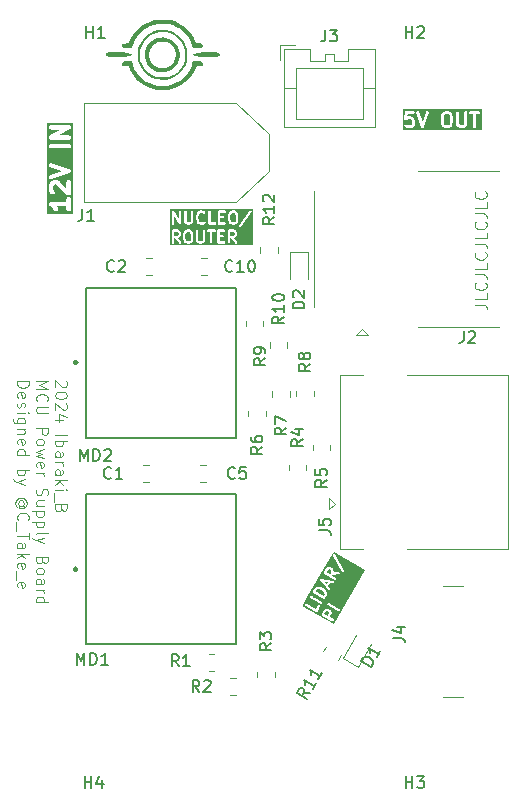
<source format=gbr>
%TF.GenerationSoftware,KiCad,Pcbnew,8.0.3*%
%TF.CreationDate,2024-06-18T09:05:39+09:00*%
%TF.ProjectId,USB_power,5553425f-706f-4776-9572-2e6b69636164,rev?*%
%TF.SameCoordinates,PX79d7e50PY830c570*%
%TF.FileFunction,Legend,Top*%
%TF.FilePolarity,Positive*%
%FSLAX46Y46*%
G04 Gerber Fmt 4.6, Leading zero omitted, Abs format (unit mm)*
G04 Created by KiCad (PCBNEW 8.0.3) date 2024-06-18 09:05:39*
%MOMM*%
%LPD*%
G01*
G04 APERTURE LIST*
%ADD10C,0.240000*%
%ADD11C,0.200000*%
%ADD12C,0.125000*%
%ADD13C,0.375000*%
%ADD14C,0.100000*%
%ADD15C,0.150000*%
%ADD16C,0.120000*%
%ADD17C,0.250000*%
%ADD18C,0.000000*%
G04 APERTURE END LIST*
D10*
G36*
X37560161Y57335343D02*
G01*
X37639831Y57257635D01*
X37685735Y57080726D01*
X37687751Y56710572D01*
X37642468Y56522333D01*
X37567537Y56445510D01*
X37494497Y56407587D01*
X37322500Y56406013D01*
X37251230Y56440299D01*
X37171562Y56518005D01*
X37125658Y56694915D01*
X37123642Y57065070D01*
X37168925Y57253307D01*
X37243856Y57330130D01*
X37316897Y57368054D01*
X37488894Y57369628D01*
X37560161Y57335343D01*
G37*
G36*
X40342439Y56034487D02*
G01*
X33667211Y56034487D01*
X33667211Y56904807D01*
X33800544Y56904807D01*
X33802289Y56899024D01*
X33802289Y56892980D01*
X33809001Y56876776D01*
X33814068Y56859982D01*
X33817894Y56855305D01*
X33820207Y56849723D01*
X33832610Y56837320D01*
X33843718Y56823744D01*
X33849042Y56820888D01*
X33853315Y56816615D01*
X33869521Y56809902D01*
X33884977Y56801611D01*
X33890988Y56801010D01*
X33896572Y56798697D01*
X33914117Y56798697D01*
X33931567Y56796952D01*
X33937351Y56798697D01*
X33943394Y56798697D01*
X33959598Y56805410D01*
X33976392Y56810476D01*
X33981069Y56814303D01*
X33986651Y56816615D01*
X34004836Y56831538D01*
X34045113Y56873640D01*
X34116813Y56910867D01*
X34345848Y56912576D01*
X34417728Y56877996D01*
X34448659Y56848403D01*
X34485886Y56776704D01*
X34487595Y56547668D01*
X34453015Y56475788D01*
X34423425Y56444858D01*
X34351723Y56407631D01*
X34122689Y56405922D01*
X34050808Y56440502D01*
X33986651Y56501881D01*
X33943394Y56519799D01*
X33896572Y56519799D01*
X33853315Y56501881D01*
X33820207Y56468773D01*
X33802289Y56425516D01*
X33802289Y56378694D01*
X33820207Y56335437D01*
X33835130Y56317252D01*
X33895251Y56259734D01*
X33903553Y56250162D01*
X33908534Y56247027D01*
X33910458Y56245186D01*
X33913381Y56243976D01*
X33923461Y56237630D01*
X34023083Y56189705D01*
X34024744Y56188044D01*
X34037637Y56182704D01*
X34059718Y56172081D01*
X34064018Y56171776D01*
X34068001Y56170126D01*
X34091412Y56167820D01*
X34358958Y56169816D01*
X34362117Y56168763D01*
X34379045Y56169966D01*
X34400537Y56170126D01*
X34404519Y56171776D01*
X34408820Y56172081D01*
X34430791Y56180488D01*
X34544829Y56239698D01*
X34558081Y56245186D01*
X34562696Y56248974D01*
X34564985Y56250162D01*
X34567060Y56252556D01*
X34576266Y56260110D01*
X34633781Y56320230D01*
X34643353Y56328531D01*
X34646488Y56333513D01*
X34648331Y56335438D01*
X34649543Y56338365D01*
X34655885Y56348439D01*
X34703811Y56448062D01*
X34705473Y56449723D01*
X34710812Y56462615D01*
X34721436Y56484696D01*
X34721741Y56488999D01*
X34723391Y56492980D01*
X34725697Y56516391D01*
X34723701Y56783938D01*
X34724754Y56787096D01*
X34723551Y56804025D01*
X34723391Y56825516D01*
X34721741Y56829498D01*
X34721436Y56833800D01*
X34713028Y56855770D01*
X34653821Y56969804D01*
X34648331Y56983058D01*
X34644541Y56987676D01*
X34643353Y56989965D01*
X34640959Y56992041D01*
X34633408Y57001243D01*
X34573284Y57058765D01*
X34564986Y57068333D01*
X34560007Y57071468D01*
X34558081Y57073310D01*
X34555153Y57074523D01*
X34545078Y57080865D01*
X34445456Y57128791D01*
X34443794Y57130453D01*
X34430890Y57135799D01*
X34408821Y57146415D01*
X34404521Y57146721D01*
X34400537Y57148371D01*
X34377126Y57150677D01*
X34109579Y57148682D01*
X34106421Y57149734D01*
X34089492Y57148532D01*
X34068001Y57148371D01*
X34064019Y57146722D01*
X34062661Y57146626D01*
X34083958Y57368235D01*
X34571965Y57370126D01*
X34615222Y57388044D01*
X34648330Y57421152D01*
X34666248Y57464409D01*
X34666248Y57472812D01*
X34829496Y57472812D01*
X34834712Y57449873D01*
X35232227Y56264404D01*
X35232816Y56256125D01*
X35239458Y56242841D01*
X35244303Y56228392D01*
X35249920Y56221915D01*
X35253755Y56214246D01*
X35265121Y56204388D01*
X35274980Y56193021D01*
X35282648Y56189187D01*
X35289126Y56183569D01*
X35303402Y56178810D01*
X35316859Y56172082D01*
X35325409Y56171475D01*
X35333546Y56168762D01*
X35348558Y56169830D01*
X35363562Y56168763D01*
X35371695Y56171474D01*
X35380249Y56172082D01*
X35393707Y56178811D01*
X35407982Y56183569D01*
X35414458Y56189187D01*
X35422128Y56193021D01*
X35431988Y56204391D01*
X35443353Y56214247D01*
X35447186Y56221914D01*
X35452805Y56228392D01*
X35462396Y56249873D01*
X35740047Y57087820D01*
X36885697Y57087820D01*
X36887834Y56695395D01*
X36885839Y56681987D01*
X36887986Y56667465D01*
X36888003Y56664409D01*
X36888679Y56662776D01*
X36889280Y56658716D01*
X36945146Y56443416D01*
X36945146Y56435837D01*
X36950410Y56423129D01*
X36954338Y56407991D01*
X36959650Y56400822D01*
X36963064Y56392580D01*
X36977987Y56374395D01*
X37093654Y56261576D01*
X37103553Y56250163D01*
X37108635Y56246964D01*
X37110458Y56245186D01*
X37113386Y56243974D01*
X37123461Y56237631D01*
X37223080Y56189707D01*
X37224743Y56188044D01*
X37237646Y56182699D01*
X37259716Y56172082D01*
X37264015Y56171777D01*
X37268000Y56170126D01*
X37291411Y56167820D01*
X37502020Y56169748D01*
X37504974Y56168763D01*
X37521315Y56169924D01*
X37543394Y56170126D01*
X37547375Y56171776D01*
X37551678Y56172081D01*
X37573648Y56180489D01*
X37687678Y56239695D01*
X37700936Y56245186D01*
X37705553Y56248976D01*
X37707841Y56250163D01*
X37709915Y56252555D01*
X37719121Y56260109D01*
X37823120Y56366735D01*
X37829182Y56370371D01*
X37837127Y56381095D01*
X37848330Y56392580D01*
X37851743Y56400822D01*
X37857056Y56407991D01*
X37864971Y56430144D01*
X37918466Y56652521D01*
X37923391Y56664409D01*
X37924822Y56678943D01*
X37925555Y56681987D01*
X37925294Y56683736D01*
X37925697Y56687820D01*
X37923559Y57080246D01*
X37925555Y57093653D01*
X37923407Y57108176D01*
X37923391Y57111231D01*
X37922714Y57112865D01*
X37922114Y57116924D01*
X37866248Y57332224D01*
X37866248Y57339802D01*
X37860983Y57352511D01*
X37857056Y57367648D01*
X37851743Y57374818D01*
X37848330Y57383059D01*
X37833407Y57401244D01*
X37744645Y57487820D01*
X38199983Y57487820D01*
X38202191Y56535195D01*
X38200926Y56531399D01*
X38202242Y56512869D01*
X38202289Y56492980D01*
X38203939Y56488996D01*
X38204245Y56484696D01*
X38212652Y56462725D01*
X38271860Y56348690D01*
X38277350Y56335437D01*
X38281138Y56330821D01*
X38282327Y56328531D01*
X38284721Y56326455D01*
X38292273Y56317252D01*
X38352396Y56259732D01*
X38360696Y56250163D01*
X38365674Y56247030D01*
X38367601Y56245186D01*
X38370528Y56243974D01*
X38380604Y56237631D01*
X38480223Y56189707D01*
X38481886Y56188044D01*
X38494789Y56182699D01*
X38516859Y56172082D01*
X38521158Y56171777D01*
X38525143Y56170126D01*
X38548554Y56167820D01*
X38759163Y56169748D01*
X38762117Y56168763D01*
X38778458Y56169924D01*
X38800537Y56170126D01*
X38804518Y56171776D01*
X38808821Y56172081D01*
X38830791Y56180489D01*
X38944821Y56239695D01*
X38958079Y56245186D01*
X38962696Y56248976D01*
X38964984Y56250163D01*
X38967058Y56252555D01*
X38976264Y56260109D01*
X39033780Y56320229D01*
X39043353Y56328531D01*
X39046488Y56333513D01*
X39048330Y56335437D01*
X39049541Y56338362D01*
X39055885Y56348439D01*
X39103811Y56448062D01*
X39105473Y56449723D01*
X39110812Y56462615D01*
X39121436Y56484696D01*
X39121741Y56488999D01*
X39123391Y56492980D01*
X39125697Y56516391D01*
X39123391Y57511231D01*
X39288003Y57511231D01*
X39288003Y57464409D01*
X39305921Y57421152D01*
X39339029Y57388044D01*
X39382286Y57370126D01*
X39405697Y57367820D01*
X39628778Y57368546D01*
X39630860Y56264409D01*
X39648778Y56221152D01*
X39681886Y56188044D01*
X39725143Y56170126D01*
X39771965Y56170126D01*
X39815222Y56188044D01*
X39848330Y56221152D01*
X39866248Y56264409D01*
X39868554Y56287820D01*
X39866515Y57369319D01*
X40114823Y57370126D01*
X40158080Y57388044D01*
X40191188Y57421152D01*
X40209106Y57464409D01*
X40209106Y57511231D01*
X40191188Y57554488D01*
X40158080Y57587596D01*
X40114823Y57605514D01*
X40091412Y57607820D01*
X39382286Y57605514D01*
X39339029Y57587596D01*
X39305921Y57554488D01*
X39288003Y57511231D01*
X39123391Y57511231D01*
X39105473Y57554488D01*
X39072365Y57587596D01*
X39029108Y57605514D01*
X38982286Y57605514D01*
X38939029Y57587596D01*
X38905921Y57554488D01*
X38888003Y57511231D01*
X38885697Y57487820D01*
X38887874Y56548250D01*
X38853016Y56475790D01*
X38823423Y56444857D01*
X38751640Y56407587D01*
X38579643Y56406013D01*
X38507951Y56440502D01*
X38477019Y56470094D01*
X38439924Y56541540D01*
X38437677Y57511231D01*
X38419759Y57554488D01*
X38386651Y57587596D01*
X38343394Y57605514D01*
X38296572Y57605514D01*
X38253315Y57587596D01*
X38220207Y57554488D01*
X38202289Y57511231D01*
X38199983Y57487820D01*
X37744645Y57487820D01*
X37717742Y57514061D01*
X37707842Y57525476D01*
X37702756Y57528678D01*
X37700936Y57530453D01*
X37698010Y57531665D01*
X37687934Y57538008D01*
X37588313Y57585934D01*
X37586651Y57587596D01*
X37573745Y57592942D01*
X37551678Y57603558D01*
X37547378Y57603864D01*
X37543394Y57605514D01*
X37519983Y57607820D01*
X37309372Y57605893D01*
X37306419Y57606877D01*
X37290083Y57605717D01*
X37268000Y57605514D01*
X37264015Y57603864D01*
X37259716Y57603558D01*
X37237745Y57595151D01*
X37123709Y57535943D01*
X37110458Y57530453D01*
X37105841Y57526665D01*
X37103552Y57525476D01*
X37101475Y57523082D01*
X37092273Y57515530D01*
X36988272Y57408904D01*
X36982213Y57405268D01*
X36974269Y57394548D01*
X36963064Y57383059D01*
X36959650Y57374818D01*
X36954338Y57367648D01*
X36946423Y57345496D01*
X36892927Y57123120D01*
X36888003Y57111231D01*
X36886571Y57096698D01*
X36885839Y57093653D01*
X36886099Y57091905D01*
X36885697Y57087820D01*
X35740047Y57087820D01*
X35867612Y57472811D01*
X35864292Y57519515D01*
X35843353Y57561393D01*
X35807982Y57592071D01*
X35763562Y57606877D01*
X35716859Y57603558D01*
X35674980Y57582619D01*
X35644303Y57547248D01*
X35634712Y57525767D01*
X35349074Y56663715D01*
X35052805Y57547248D01*
X35022128Y57582619D01*
X34980249Y57603558D01*
X34933546Y57606878D01*
X34889126Y57592071D01*
X34853755Y57561394D01*
X34832816Y57519515D01*
X34829496Y57472812D01*
X34666248Y57472812D01*
X34666248Y57511231D01*
X34648330Y57554488D01*
X34615222Y57587596D01*
X34571965Y57605514D01*
X34548554Y57607820D01*
X33981899Y57605624D01*
X33965542Y57607259D01*
X33959836Y57605538D01*
X33953715Y57605514D01*
X33937510Y57598802D01*
X33920717Y57593735D01*
X33916039Y57589909D01*
X33910458Y57587596D01*
X33898054Y57575193D01*
X33884479Y57564085D01*
X33881622Y57558761D01*
X33877350Y57554488D01*
X33870636Y57538282D01*
X33862346Y57522826D01*
X33860574Y57513990D01*
X33859432Y57511231D01*
X33859432Y57508291D01*
X33857722Y57499760D01*
X33804396Y56944889D01*
X33802289Y56939802D01*
X33802289Y56922965D01*
X33800544Y56904807D01*
X33667211Y56904807D01*
X33667211Y57741153D01*
X40342439Y57741153D01*
X40342439Y56034487D01*
G37*
D11*
G36*
X27314626Y15280594D02*
G01*
X27398197Y15233653D01*
X27435411Y15179117D01*
X27445403Y15144874D01*
X27442400Y15077741D01*
X27312996Y14851102D01*
X27030682Y15013388D01*
X27157786Y15235998D01*
X27212921Y15273620D01*
X27247164Y15283612D01*
X27314626Y15280594D01*
G37*
G36*
X26589240Y17133594D02*
G01*
X26756097Y17087466D01*
X26859692Y17029279D01*
X26984437Y16910790D01*
X27031139Y16842349D01*
X27057247Y16749555D01*
X27036567Y16642348D01*
X26974164Y16532377D01*
X26279060Y16931951D01*
X26337846Y17035550D01*
X26421735Y17111647D01*
X26512022Y17137049D01*
X26589240Y17133594D01*
G37*
G36*
X27321972Y17707227D02*
G01*
X27221995Y17532499D01*
X27010242Y17770437D01*
X27321972Y17707227D01*
G37*
G36*
X27491803Y18807360D02*
G01*
X27575375Y18760418D01*
X27612587Y18705884D01*
X27622579Y18671640D01*
X27619576Y18604507D01*
X27559947Y18500072D01*
X27557527Y18497188D01*
X27556571Y18494160D01*
X27490172Y18377869D01*
X27207858Y18540154D01*
X27334962Y18762764D01*
X27390095Y18800385D01*
X27424343Y18810378D01*
X27491803Y18807360D01*
G37*
G36*
X30476654Y18762660D02*
G01*
X27836971Y14190596D01*
X26484442Y14971479D01*
X26795551Y14971479D01*
X26805650Y14933790D01*
X26829402Y14902835D01*
X26845337Y14891416D01*
X27729218Y14383325D01*
X27767903Y14378233D01*
X27805591Y14388332D01*
X27836547Y14412084D01*
X27856056Y14445875D01*
X27861148Y14484559D01*
X27851050Y14522248D01*
X27827297Y14553203D01*
X27811362Y14564621D01*
X27484803Y14752341D01*
X27616824Y14983560D01*
X27619115Y14985591D01*
X27625612Y14998952D01*
X27634139Y15013884D01*
X27634608Y15017447D01*
X27636180Y15020679D01*
X27639266Y15040038D01*
X27644051Y15147010D01*
X27645611Y15158857D01*
X27644800Y15163765D01*
X27644897Y15165915D01*
X27644033Y15168415D01*
X27642418Y15178198D01*
X27622996Y15244760D01*
X27620993Y15255127D01*
X27618705Y15259463D01*
X27618084Y15261594D01*
X27616476Y15263690D01*
X27611847Y15272465D01*
X27559920Y15348561D01*
X27559414Y15350452D01*
X27552329Y15359686D01*
X27540824Y15376546D01*
X27537849Y15378558D01*
X27535662Y15381408D01*
X27519727Y15392826D01*
X27407982Y15455592D01*
X27406448Y15457322D01*
X27394923Y15462927D01*
X27378154Y15472346D01*
X27374591Y15472816D01*
X27371359Y15474387D01*
X27352000Y15477473D01*
X27245026Y15482260D01*
X27233179Y15483819D01*
X27228272Y15483009D01*
X27226123Y15483105D01*
X27223622Y15482241D01*
X27213838Y15480625D01*
X27147286Y15461206D01*
X27136912Y15459201D01*
X27132572Y15456912D01*
X27130442Y15456290D01*
X27128348Y15454684D01*
X27119573Y15450054D01*
X27043475Y15398128D01*
X27041584Y15397621D01*
X27032356Y15390541D01*
X27015492Y15379033D01*
X27013479Y15376056D01*
X27010629Y15373869D01*
X26999211Y15357934D01*
X26800644Y15010163D01*
X26795551Y14971479D01*
X26484442Y14971479D01*
X25171463Y15729528D01*
X25198554Y15776451D01*
X25401299Y15776451D01*
X25411398Y15738762D01*
X25435150Y15707807D01*
X25451085Y15696388D01*
X26334966Y15188297D01*
X26369150Y15183798D01*
X26373650Y15183205D01*
X26373650Y15183206D01*
X26373651Y15183205D01*
X26411339Y15193304D01*
X26442295Y15217056D01*
X26442299Y15217064D01*
X26453713Y15232991D01*
X26699898Y15663240D01*
X26704991Y15701924D01*
X26694892Y15739613D01*
X26671140Y15770568D01*
X26637349Y15790077D01*
X26598665Y15795170D01*
X26560976Y15785071D01*
X26530020Y15761318D01*
X26518602Y15745384D01*
X26331677Y15418703D01*
X25603125Y15837505D01*
X27295551Y15837505D01*
X27305650Y15799816D01*
X27329402Y15768861D01*
X27345337Y15757442D01*
X28229218Y15249351D01*
X28267903Y15244259D01*
X28305591Y15254358D01*
X28336547Y15278110D01*
X28356056Y15311901D01*
X28361148Y15350585D01*
X28351050Y15388274D01*
X28327297Y15419229D01*
X28311362Y15430647D01*
X27427481Y15938738D01*
X27388797Y15943831D01*
X27351108Y15933732D01*
X27320153Y15909980D01*
X27300644Y15876189D01*
X27295551Y15837505D01*
X25603125Y15837505D01*
X25533229Y15877684D01*
X25494545Y15882777D01*
X25456856Y15872678D01*
X25425901Y15848926D01*
X25406392Y15815135D01*
X25401299Y15776451D01*
X25198554Y15776451D01*
X25507091Y16310853D01*
X26094736Y16310853D01*
X26104835Y16273164D01*
X26128587Y16242209D01*
X26144522Y16230790D01*
X26739728Y15889367D01*
X26778412Y15884274D01*
X26816101Y15894373D01*
X26847056Y15918125D01*
X26866565Y15951916D01*
X26871658Y15990600D01*
X26861559Y16028289D01*
X26837807Y16059245D01*
X26821872Y16070663D01*
X26226666Y16412086D01*
X26187982Y16417179D01*
X26150293Y16407080D01*
X26119338Y16383328D01*
X26099829Y16349537D01*
X26094736Y16310853D01*
X25507091Y16310853D01*
X25603317Y16477521D01*
X25806061Y16477521D01*
X25809254Y16458179D01*
X25833581Y16374807D01*
X25833588Y16374782D01*
X25843967Y16361257D01*
X25857340Y16343828D01*
X25866395Y16338600D01*
X25891132Y16324318D01*
X25920814Y16320411D01*
X25929815Y16319225D01*
X25929815Y16319226D01*
X25929817Y16319225D01*
X25949158Y16322418D01*
X26032554Y16346753D01*
X26036182Y16349537D01*
X26055432Y16364308D01*
X26063510Y16370506D01*
X26083019Y16404296D01*
X26087134Y16435556D01*
X26088112Y16442982D01*
X26088108Y16442994D01*
X26084918Y16462323D01*
X26060583Y16545719D01*
X26060583Y16545720D01*
X26036829Y16576674D01*
X26003039Y16596183D01*
X25964354Y16601276D01*
X25945013Y16598082D01*
X25861636Y16573753D01*
X25861619Y16573748D01*
X25861618Y16573748D01*
X25861617Y16573747D01*
X25853377Y16567424D01*
X25842716Y16559243D01*
X25830663Y16549995D01*
X25822714Y16536227D01*
X25811154Y16516205D01*
X25806061Y16477521D01*
X25603317Y16477521D01*
X25841410Y16889911D01*
X26044156Y16889911D01*
X26054255Y16852223D01*
X26078007Y16821267D01*
X26078014Y16821263D01*
X26093942Y16809849D01*
X26977823Y16301758D01*
X27012007Y16297259D01*
X27016507Y16296666D01*
X27016507Y16296667D01*
X27016508Y16296666D01*
X27054196Y16306765D01*
X27085152Y16330517D01*
X27085156Y16330525D01*
X27096570Y16346452D01*
X27213436Y16552404D01*
X27221192Y16563873D01*
X27222686Y16568706D01*
X27223708Y16570505D01*
X27224052Y16573120D01*
X27226985Y16582601D01*
X27252713Y16715984D01*
X27253897Y16718033D01*
X27255591Y16730903D01*
X27259203Y16749626D01*
X27258521Y16753156D01*
X27258990Y16756717D01*
X27255796Y16776059D01*
X27219327Y16905682D01*
X27216941Y16918034D01*
X27214607Y16922459D01*
X27214032Y16924503D01*
X27212422Y16926601D01*
X27207795Y16935373D01*
X27151330Y17018121D01*
X27147876Y17026080D01*
X27137818Y17037923D01*
X27136774Y17039453D01*
X27136173Y17039859D01*
X27135186Y17041022D01*
X26996992Y17172285D01*
X26990463Y17180795D01*
X26980570Y17187884D01*
X26978679Y17189680D01*
X26977307Y17190222D01*
X26974528Y17192213D01*
X26854573Y17259590D01*
X26846542Y17265969D01*
X26835285Y17270423D01*
X26832954Y17271732D01*
X26831487Y17271926D01*
X26828313Y17273181D01*
X26646009Y17323581D01*
X26637393Y17327771D01*
X26621944Y17330234D01*
X26620261Y17330699D01*
X26619541Y17330617D01*
X26618034Y17330857D01*
X26511061Y17335644D01*
X26499214Y17337203D01*
X26494307Y17336393D01*
X26492158Y17336489D01*
X26489658Y17335626D01*
X26479872Y17334009D01*
X26364300Y17301494D01*
X26362059Y17301628D01*
X26350151Y17297513D01*
X26331428Y17292245D01*
X26328575Y17290057D01*
X26325181Y17288883D01*
X26309310Y17277377D01*
X26198007Y17176413D01*
X26187804Y17168583D01*
X26184883Y17164508D01*
X26183320Y17163089D01*
X26182163Y17160712D01*
X26176386Y17152648D01*
X26049248Y16928596D01*
X26044156Y16889911D01*
X25841410Y16889911D01*
X26440742Y17927985D01*
X26639181Y17927985D01*
X26640536Y17920967D01*
X26640109Y17913837D01*
X26644204Y17901987D01*
X26646583Y17889675D01*
X26650518Y17883715D01*
X26652853Y17876959D01*
X26664360Y17861088D01*
X27167892Y17295291D01*
X27172787Y17288912D01*
X27174396Y17287984D01*
X27378099Y17059091D01*
X27413188Y17042027D01*
X27452136Y17039689D01*
X27489014Y17052433D01*
X27518207Y17078321D01*
X27535271Y17113410D01*
X27537609Y17152358D01*
X27524865Y17189236D01*
X27513358Y17205107D01*
X27360951Y17376360D01*
X27526536Y17665747D01*
X27771322Y17616111D01*
X27809632Y17623513D01*
X27842193Y17645011D01*
X27864049Y17677334D01*
X27871871Y17715560D01*
X27864469Y17753870D01*
X27842971Y17786431D01*
X27810648Y17808286D01*
X27791921Y17814080D01*
X26770746Y18021145D01*
X26764530Y18024168D01*
X26752181Y18024910D01*
X26739730Y18027434D01*
X26732711Y18026079D01*
X26725582Y18026506D01*
X26713731Y18022411D01*
X26701420Y18020032D01*
X26695459Y18016097D01*
X26688704Y18013762D01*
X26679318Y18005440D01*
X26668859Y17998533D01*
X26664857Y17992616D01*
X26659511Y17987874D01*
X26654029Y17976603D01*
X26647003Y17966211D01*
X26645569Y17959207D01*
X26642447Y17952785D01*
X26641696Y17940277D01*
X26639181Y17927985D01*
X26440742Y17927985D01*
X26769982Y18498245D01*
X26972727Y18498245D01*
X26982826Y18460556D01*
X27006578Y18429601D01*
X27022513Y18418182D01*
X27906395Y17910091D01*
X27945080Y17904999D01*
X27982768Y17915097D01*
X28013724Y17938850D01*
X28033233Y17972641D01*
X28038325Y18011325D01*
X28028227Y18049014D01*
X28004474Y18079969D01*
X27988539Y18091387D01*
X27661979Y18279107D01*
X27704779Y18354065D01*
X28252223Y18403648D01*
X28286835Y18421660D01*
X28311919Y18451546D01*
X28323658Y18488757D01*
X28320263Y18527627D01*
X28302250Y18562238D01*
X28272364Y18587323D01*
X28235154Y18599062D01*
X28215551Y18599278D01*
X27815847Y18563076D01*
X27816442Y18566804D01*
X27821227Y18673776D01*
X27822787Y18685623D01*
X27821976Y18690531D01*
X27822073Y18692681D01*
X27821209Y18695181D01*
X27819594Y18704964D01*
X27800170Y18771530D01*
X27798169Y18781892D01*
X27795882Y18786227D01*
X27795260Y18788360D01*
X27793651Y18790457D01*
X27789023Y18799231D01*
X27737096Y18875329D01*
X27736590Y18877219D01*
X27729510Y18886445D01*
X27718002Y18903311D01*
X27715024Y18905324D01*
X27712838Y18908174D01*
X27696903Y18919593D01*
X27585158Y18982358D01*
X27583624Y18984088D01*
X27572094Y18989696D01*
X27555329Y18999112D01*
X27551767Y18999581D01*
X27548535Y19001153D01*
X27529176Y19004239D01*
X27422204Y19009026D01*
X27410357Y19010585D01*
X27405449Y19009775D01*
X27403300Y19009871D01*
X27400802Y19009008D01*
X27391015Y19007392D01*
X27324455Y18987970D01*
X27314088Y18985967D01*
X27309751Y18983680D01*
X27307619Y18983057D01*
X27305523Y18981449D01*
X27296749Y18976820D01*
X27220651Y18924894D01*
X27218760Y18924387D01*
X27209532Y18917307D01*
X27192668Y18905799D01*
X27190655Y18902822D01*
X27187805Y18900635D01*
X27176387Y18884700D01*
X26977820Y18536929D01*
X26972727Y18498245D01*
X26769982Y18498245D01*
X27652124Y20026159D01*
X27789259Y20026159D01*
X27791851Y19987227D01*
X27798776Y19968887D01*
X28494034Y18567086D01*
X28523396Y18541390D01*
X28560357Y18528887D01*
X28599289Y18531479D01*
X28634265Y18548773D01*
X28659961Y18578136D01*
X28672464Y18615096D01*
X28669872Y18654028D01*
X28662947Y18672368D01*
X27967689Y20074169D01*
X27938326Y20099865D01*
X27901366Y20112368D01*
X27862434Y20109776D01*
X27827458Y20092482D01*
X27801762Y20063119D01*
X27789259Y20026159D01*
X27652124Y20026159D01*
X27811145Y20301592D01*
X30476654Y18762660D01*
G37*
G36*
X15632626Y47355198D02*
G01*
X15699016Y47290442D01*
X15737270Y47143017D01*
X15738949Y46834553D01*
X15701214Y46677692D01*
X15638770Y46613672D01*
X15577902Y46582069D01*
X15434573Y46580758D01*
X15375182Y46609330D01*
X15308793Y46674086D01*
X15270539Y46821511D01*
X15268860Y47129974D01*
X15306595Y47286836D01*
X15369038Y47350855D01*
X15429906Y47382458D01*
X15573236Y47383769D01*
X15632626Y47355198D01*
G37*
G36*
X14632977Y47355029D02*
G01*
X14658754Y47330367D01*
X14689871Y47270436D01*
X14691005Y47174589D01*
X14662383Y47115094D01*
X14637725Y47089321D01*
X14578082Y47058353D01*
X14457828Y47057777D01*
X14454118Y47058431D01*
X14451014Y47057744D01*
X14317107Y47057102D01*
X14316494Y47382735D01*
X14572830Y47383965D01*
X14632977Y47355029D01*
G37*
G36*
X19394882Y47355029D02*
G01*
X19420659Y47330367D01*
X19451776Y47270436D01*
X19452910Y47174589D01*
X19424288Y47115094D01*
X19399630Y47089321D01*
X19339987Y47058353D01*
X19219733Y47057777D01*
X19216023Y47058431D01*
X19212919Y47057744D01*
X19079012Y47057102D01*
X19078399Y47382735D01*
X19334735Y47383965D01*
X19394882Y47355029D01*
G37*
G36*
X19442150Y48965142D02*
G01*
X19508540Y48900386D01*
X19546794Y48752961D01*
X19548473Y48444497D01*
X19510738Y48287636D01*
X19448294Y48223616D01*
X19387426Y48192013D01*
X19244097Y48190702D01*
X19184706Y48219274D01*
X19118317Y48284030D01*
X19080063Y48431455D01*
X19078384Y48739918D01*
X19116119Y48896780D01*
X19178562Y48960799D01*
X19239430Y48992402D01*
X19382760Y48993713D01*
X19442150Y48965142D01*
G37*
G36*
X21000730Y46271152D02*
G01*
X14007080Y46271152D01*
X14007080Y47482263D01*
X14118191Y47482263D01*
X14120112Y46462754D01*
X14135044Y46426706D01*
X14162634Y46399116D01*
X14198682Y46384184D01*
X14237700Y46384184D01*
X14273748Y46399116D01*
X14301338Y46426706D01*
X14316270Y46462754D01*
X14318191Y46482263D01*
X14317481Y46858931D01*
X14403796Y46859345D01*
X14720457Y46410036D01*
X14753362Y46389067D01*
X14791787Y46382286D01*
X14829881Y46390726D01*
X14861846Y46413101D01*
X14882815Y46446006D01*
X14889596Y46484430D01*
X14881156Y46522525D01*
X14871542Y46539609D01*
X14640339Y46867663D01*
X14643864Y46869011D01*
X14738893Y46918352D01*
X14749938Y46922926D01*
X14753784Y46926083D01*
X14755692Y46927073D01*
X14757421Y46929068D01*
X14765092Y46935362D01*
X14813025Y46985465D01*
X14821000Y46992380D01*
X14823611Y46996530D01*
X14825147Y46998134D01*
X14826157Y47000575D01*
X14831443Y47008971D01*
X14871381Y47091989D01*
X14872766Y47093373D01*
X14877218Y47104123D01*
X14886068Y47122517D01*
X14886322Y47126101D01*
X14887698Y47129421D01*
X14889619Y47148930D01*
X15070572Y47148930D01*
X15072352Y46821908D01*
X15070690Y46810736D01*
X15072479Y46798639D01*
X15072493Y46796088D01*
X15073057Y46794725D01*
X15073558Y46791343D01*
X15120112Y46611928D01*
X15120112Y46605612D01*
X15124499Y46595020D01*
X15127772Y46582407D01*
X15132197Y46576435D01*
X15135043Y46569564D01*
X15147480Y46554411D01*
X15243868Y46460394D01*
X15252117Y46450882D01*
X15256352Y46448216D01*
X15257871Y46446735D01*
X15260311Y46445725D01*
X15268708Y46440439D01*
X15351725Y46400501D01*
X15353110Y46399116D01*
X15363859Y46394664D01*
X15382254Y46385814D01*
X15385837Y46385560D01*
X15389158Y46384184D01*
X15408667Y46382263D01*
X15584174Y46383869D01*
X15586636Y46383048D01*
X15600251Y46384016D01*
X15618652Y46384184D01*
X15621972Y46385560D01*
X15625556Y46385814D01*
X15643864Y46392820D01*
X15738892Y46442160D01*
X15749939Y46446735D01*
X15753785Y46449893D01*
X15755692Y46450882D01*
X15757422Y46452877D01*
X15765092Y46459172D01*
X15851761Y46548029D01*
X15856809Y46551057D01*
X15863425Y46559988D01*
X15872767Y46569564D01*
X15875612Y46576435D01*
X15880038Y46582407D01*
X15886633Y46600867D01*
X15931212Y46786180D01*
X15935317Y46796088D01*
X15936509Y46808198D01*
X15937120Y46810736D01*
X15936902Y46812195D01*
X15937238Y46815597D01*
X15935457Y47142620D01*
X15937120Y47153791D01*
X15935330Y47165889D01*
X15935317Y47168439D01*
X15934752Y47169803D01*
X15934252Y47173184D01*
X15887698Y47352600D01*
X15887698Y47358915D01*
X15883311Y47369506D01*
X15880038Y47382120D01*
X15875611Y47388095D01*
X15872766Y47394963D01*
X15860330Y47410117D01*
X15786363Y47482263D01*
X16165810Y47482263D01*
X16167649Y46688411D01*
X16166595Y46685247D01*
X16167692Y46669803D01*
X16167731Y46653231D01*
X16169106Y46649911D01*
X16169361Y46646327D01*
X16176367Y46628019D01*
X16225704Y46532995D01*
X16230281Y46521945D01*
X16233439Y46518097D01*
X16234429Y46516191D01*
X16236423Y46514462D01*
X16242718Y46506792D01*
X16292818Y46458859D01*
X16299736Y46450882D01*
X16303885Y46448271D01*
X16305490Y46446735D01*
X16307930Y46445725D01*
X16316327Y46440439D01*
X16399344Y46400501D01*
X16400729Y46399116D01*
X16411478Y46394664D01*
X16429873Y46385814D01*
X16433456Y46385560D01*
X16436777Y46384184D01*
X16456286Y46382263D01*
X16631793Y46383869D01*
X16634255Y46383048D01*
X16647870Y46384016D01*
X16666271Y46384184D01*
X16669591Y46385560D01*
X16673175Y46385814D01*
X16691483Y46392820D01*
X16786511Y46442160D01*
X16797558Y46446735D01*
X16801404Y46449893D01*
X16803311Y46450882D01*
X16805041Y46452877D01*
X16812711Y46459172D01*
X16860644Y46509275D01*
X16868619Y46516190D01*
X16871230Y46520340D01*
X16872767Y46521945D01*
X16873778Y46524387D01*
X16879062Y46532781D01*
X16919000Y46615799D01*
X16920385Y46617183D01*
X16924837Y46627933D01*
X16933687Y46646327D01*
X16933941Y46649911D01*
X16935317Y46653231D01*
X16937238Y46672740D01*
X16935317Y47501772D01*
X17072493Y47501772D01*
X17072493Y47462754D01*
X17087425Y47426706D01*
X17115015Y47399116D01*
X17151063Y47384184D01*
X17170572Y47382263D01*
X17356473Y47382868D01*
X17358207Y46462754D01*
X17373139Y46426706D01*
X17400729Y46399116D01*
X17436777Y46384184D01*
X17475795Y46384184D01*
X17511843Y46399116D01*
X17539433Y46426706D01*
X17554365Y46462754D01*
X17556286Y46482263D01*
X17554587Y47383512D01*
X17761509Y47384184D01*
X17797557Y47399116D01*
X17825147Y47426706D01*
X17840079Y47462754D01*
X17840079Y47482263D01*
X17975334Y47482263D01*
X17977255Y46462754D01*
X17992187Y46426706D01*
X18019777Y46399116D01*
X18055825Y46384184D01*
X18075334Y46382263D01*
X18571033Y46384184D01*
X18607081Y46399116D01*
X18634671Y46426706D01*
X18649603Y46462754D01*
X18649603Y46501772D01*
X18634671Y46537820D01*
X18607081Y46565410D01*
X18571033Y46580342D01*
X18551524Y46582263D01*
X18175148Y46580805D01*
X18174534Y46906614D01*
X18428176Y46907994D01*
X18464224Y46922926D01*
X18491814Y46950516D01*
X18506746Y46986564D01*
X18506746Y47025582D01*
X18491814Y47061630D01*
X18464224Y47089220D01*
X18428176Y47104152D01*
X18408667Y47106073D01*
X18174160Y47104797D01*
X18173637Y47382644D01*
X18571033Y47384184D01*
X18607081Y47399116D01*
X18634671Y47426706D01*
X18649603Y47462754D01*
X18649603Y47482263D01*
X18880096Y47482263D01*
X18882017Y46462754D01*
X18896949Y46426706D01*
X18924539Y46399116D01*
X18960587Y46384184D01*
X18999605Y46384184D01*
X19035653Y46399116D01*
X19063243Y46426706D01*
X19078175Y46462754D01*
X19080096Y46482263D01*
X19079386Y46858931D01*
X19165701Y46859345D01*
X19482362Y46410036D01*
X19515267Y46389067D01*
X19553692Y46382286D01*
X19591786Y46390726D01*
X19623751Y46413101D01*
X19644720Y46446006D01*
X19651501Y46484430D01*
X19643061Y46522525D01*
X19633447Y46539609D01*
X19402244Y46867663D01*
X19405769Y46869011D01*
X19500798Y46918352D01*
X19511843Y46922926D01*
X19515689Y46926083D01*
X19517597Y46927073D01*
X19519326Y46929068D01*
X19526997Y46935362D01*
X19574930Y46985465D01*
X19582905Y46992380D01*
X19585516Y46996530D01*
X19587052Y46998134D01*
X19588062Y47000575D01*
X19593348Y47008971D01*
X19633286Y47091989D01*
X19634671Y47093373D01*
X19639123Y47104123D01*
X19647973Y47122517D01*
X19648227Y47126101D01*
X19649603Y47129421D01*
X19651524Y47148930D01*
X19650007Y47277087D01*
X19650739Y47279280D01*
X19649830Y47292063D01*
X19649603Y47311296D01*
X19648227Y47314617D01*
X19647973Y47318200D01*
X19640967Y47336509D01*
X19591624Y47431543D01*
X19587052Y47442583D01*
X19583896Y47446429D01*
X19582905Y47448337D01*
X19580907Y47450070D01*
X19574615Y47457736D01*
X19524514Y47505668D01*
X19517597Y47513644D01*
X19513447Y47516257D01*
X19511843Y47517791D01*
X19509403Y47518802D01*
X19501007Y47524087D01*
X19417989Y47564026D01*
X19416605Y47565410D01*
X19405855Y47569863D01*
X19387461Y47578712D01*
X19383877Y47578967D01*
X19380557Y47580342D01*
X19361048Y47582263D01*
X18960587Y47580342D01*
X18924539Y47565410D01*
X18896949Y47537820D01*
X18882017Y47501772D01*
X18880096Y47482263D01*
X18649603Y47482263D01*
X18649603Y47501772D01*
X18634671Y47537820D01*
X18607081Y47565410D01*
X18571033Y47580342D01*
X18551524Y47582263D01*
X18055825Y47580342D01*
X18019777Y47565410D01*
X17992187Y47537820D01*
X17977255Y47501772D01*
X17975334Y47482263D01*
X17840079Y47482263D01*
X17840079Y47501772D01*
X17825147Y47537820D01*
X17797557Y47565410D01*
X17761509Y47580342D01*
X17742000Y47582263D01*
X17151063Y47580342D01*
X17115015Y47565410D01*
X17087425Y47537820D01*
X17072493Y47501772D01*
X16935317Y47501772D01*
X16920385Y47537820D01*
X16892795Y47565410D01*
X16856747Y47580342D01*
X16817729Y47580342D01*
X16781681Y47565410D01*
X16754091Y47537820D01*
X16739159Y47501772D01*
X16737238Y47482263D01*
X16739052Y46699288D01*
X16710003Y46638906D01*
X16685341Y46613128D01*
X16625521Y46582069D01*
X16482192Y46580758D01*
X16422449Y46609499D01*
X16396675Y46634158D01*
X16365761Y46693700D01*
X16363889Y47501772D01*
X16348957Y47537820D01*
X16321367Y47565410D01*
X16285319Y47580342D01*
X16246301Y47580342D01*
X16210253Y47565410D01*
X16182663Y47537820D01*
X16167731Y47501772D01*
X16165810Y47482263D01*
X15786363Y47482263D01*
X15763940Y47504134D01*
X15755692Y47513644D01*
X15751455Y47516311D01*
X15749938Y47517791D01*
X15747498Y47518802D01*
X15739102Y47524087D01*
X15656084Y47564026D01*
X15654700Y47565410D01*
X15643950Y47569863D01*
X15625556Y47578712D01*
X15621972Y47578967D01*
X15618652Y47580342D01*
X15599143Y47582263D01*
X15423635Y47580658D01*
X15421174Y47581478D01*
X15407558Y47580511D01*
X15389158Y47580342D01*
X15385837Y47578967D01*
X15382254Y47578712D01*
X15363945Y47571706D01*
X15268911Y47522364D01*
X15257872Y47517791D01*
X15254027Y47514636D01*
X15252117Y47513644D01*
X15250384Y47511647D01*
X15242718Y47505355D01*
X15156050Y47416500D01*
X15151001Y47413470D01*
X15144381Y47404536D01*
X15135044Y47394963D01*
X15132198Y47388095D01*
X15127772Y47382120D01*
X15121177Y47363659D01*
X15076597Y47178349D01*
X15072493Y47168439D01*
X15071300Y47156330D01*
X15070690Y47153791D01*
X15070907Y47152333D01*
X15070572Y47148930D01*
X14889619Y47148930D01*
X14888102Y47277087D01*
X14888834Y47279280D01*
X14887925Y47292063D01*
X14887698Y47311296D01*
X14886322Y47314617D01*
X14886068Y47318200D01*
X14879062Y47336509D01*
X14829719Y47431543D01*
X14825147Y47442583D01*
X14821991Y47446429D01*
X14821000Y47448337D01*
X14819002Y47450070D01*
X14812710Y47457736D01*
X14762609Y47505668D01*
X14755692Y47513644D01*
X14751542Y47516257D01*
X14749938Y47517791D01*
X14747498Y47518802D01*
X14739102Y47524087D01*
X14656084Y47564026D01*
X14654700Y47565410D01*
X14643950Y47569863D01*
X14625556Y47578712D01*
X14621972Y47578967D01*
X14618652Y47580342D01*
X14599143Y47582263D01*
X14198682Y47580342D01*
X14162634Y47565410D01*
X14135044Y47537820D01*
X14120112Y47501772D01*
X14118191Y47482263D01*
X14007080Y47482263D01*
X14007080Y47854007D01*
X19832477Y47854007D01*
X19840129Y47815747D01*
X19861840Y47783327D01*
X19894305Y47761684D01*
X19932582Y47754112D01*
X19970842Y47761764D01*
X20003262Y47783475D01*
X20015682Y47798642D01*
X20882048Y49101654D01*
X20889619Y49139931D01*
X20881967Y49178191D01*
X20860256Y49210611D01*
X20827791Y49232255D01*
X20789515Y49239826D01*
X20751254Y49232174D01*
X20718834Y49210463D01*
X20706414Y49195296D01*
X19840049Y47892284D01*
X19832477Y47854007D01*
X14007080Y47854007D01*
X14007080Y49092207D01*
X14118191Y49092207D01*
X14120112Y48072698D01*
X14135044Y48036650D01*
X14162634Y48009060D01*
X14198682Y47994128D01*
X14237700Y47994128D01*
X14273748Y48009060D01*
X14301338Y48036650D01*
X14316270Y48072698D01*
X14318191Y48092207D01*
X14317010Y48718951D01*
X14701508Y48048633D01*
X14706472Y48036650D01*
X14710951Y48032171D01*
X14714142Y48026608D01*
X14724658Y48018464D01*
X14734062Y48009060D01*
X14739949Y48006622D01*
X14744991Y48002717D01*
X14757823Y47999218D01*
X14770110Y47994128D01*
X14776486Y47994128D01*
X14782635Y47992451D01*
X14795828Y47994128D01*
X14809128Y47994128D01*
X14815016Y47996568D01*
X14821341Y47997371D01*
X14832890Y48003972D01*
X14845176Y48009060D01*
X14849683Y48013568D01*
X14855218Y48016730D01*
X14863362Y48027247D01*
X14872766Y48036650D01*
X14875204Y48042538D01*
X14879109Y48047579D01*
X14882608Y48060412D01*
X14887698Y48072698D01*
X14888680Y48082676D01*
X14889375Y48085222D01*
X14889124Y48087190D01*
X14889619Y48092207D01*
X14887735Y49092207D01*
X15165810Y49092207D01*
X15167649Y48298355D01*
X15166595Y48295191D01*
X15167692Y48279747D01*
X15167731Y48263175D01*
X15169106Y48259855D01*
X15169361Y48256271D01*
X15176367Y48237963D01*
X15225704Y48142939D01*
X15230281Y48131889D01*
X15233439Y48128041D01*
X15234429Y48126135D01*
X15236423Y48124406D01*
X15242718Y48116736D01*
X15292818Y48068803D01*
X15299736Y48060826D01*
X15303885Y48058215D01*
X15305490Y48056679D01*
X15307930Y48055669D01*
X15316327Y48050383D01*
X15399344Y48010445D01*
X15400729Y48009060D01*
X15411478Y48004608D01*
X15429873Y47995758D01*
X15433456Y47995504D01*
X15436777Y47994128D01*
X15456286Y47992207D01*
X15631793Y47993813D01*
X15634255Y47992992D01*
X15647870Y47993960D01*
X15666271Y47994128D01*
X15669591Y47995504D01*
X15673175Y47995758D01*
X15691483Y48002764D01*
X15786511Y48052104D01*
X15797558Y48056679D01*
X15801404Y48059837D01*
X15803311Y48060826D01*
X15805041Y48062821D01*
X15812711Y48069116D01*
X15860644Y48119219D01*
X15868619Y48126134D01*
X15871230Y48130284D01*
X15872767Y48131889D01*
X15873778Y48134331D01*
X15879062Y48142725D01*
X15919000Y48225743D01*
X15920385Y48227127D01*
X15924837Y48237877D01*
X15933687Y48256271D01*
X15933941Y48259855D01*
X15935317Y48263175D01*
X15937238Y48282684D01*
X15936355Y48663636D01*
X16165810Y48663636D01*
X16167437Y48526063D01*
X16165928Y48515918D01*
X16167699Y48503940D01*
X16167731Y48501270D01*
X16168295Y48499907D01*
X16168796Y48496525D01*
X16216300Y48313446D01*
X16216980Y48303890D01*
X16222571Y48289278D01*
X16223010Y48287589D01*
X16223440Y48287009D01*
X16223986Y48285582D01*
X16273322Y48190560D01*
X16277900Y48179508D01*
X16281058Y48175660D01*
X16282048Y48173754D01*
X16284042Y48172025D01*
X16290337Y48164355D01*
X16376282Y48080524D01*
X16377287Y48078514D01*
X16386811Y48070254D01*
X16400728Y48056679D01*
X16404047Y48055304D01*
X16406763Y48052949D01*
X16424663Y48044958D01*
X16567747Y47999052D01*
X16579634Y47994128D01*
X16584626Y47993637D01*
X16586635Y47992992D01*
X16589269Y47993180D01*
X16599143Y47992207D01*
X16695285Y47993817D01*
X16706888Y47992992D01*
X16711724Y47994092D01*
X16713890Y47994128D01*
X16716332Y47995140D01*
X16726004Y47997339D01*
X16854381Y48041748D01*
X16856748Y48041748D01*
X16868740Y48046716D01*
X16886761Y48052949D01*
X16889476Y48055304D01*
X16892796Y48056679D01*
X16907949Y48069116D01*
X16968005Y48131889D01*
X16982936Y48167938D01*
X16982935Y48206956D01*
X16968004Y48243004D01*
X16940413Y48270594D01*
X16904365Y48285525D01*
X16865347Y48285524D01*
X16829299Y48270593D01*
X16814145Y48258156D01*
X16784815Y48227499D01*
X16682204Y48192004D01*
X16618717Y48190941D01*
X16511977Y48225186D01*
X16444838Y48290674D01*
X16409217Y48359281D01*
X16365738Y48526846D01*
X16364332Y48645653D01*
X16404572Y48812926D01*
X16440494Y48887596D01*
X16507801Y48956602D01*
X16611319Y48992411D01*
X16674805Y48993474D01*
X16781986Y48959087D01*
X16829299Y48913822D01*
X16865348Y48898891D01*
X16904366Y48898891D01*
X16940414Y48913822D01*
X16968004Y48941412D01*
X16982935Y48977460D01*
X16982935Y49016478D01*
X16968004Y49052527D01*
X16955567Y49067680D01*
X16929930Y49092207D01*
X17213429Y49092207D01*
X17215350Y48072698D01*
X17230282Y48036650D01*
X17257872Y48009060D01*
X17293920Y47994128D01*
X17313429Y47992207D01*
X17809128Y47994128D01*
X17845176Y48009060D01*
X17872766Y48036650D01*
X17887698Y48072698D01*
X17887698Y48111716D01*
X17872766Y48147764D01*
X17845176Y48175354D01*
X17809128Y48190286D01*
X17789619Y48192207D01*
X17413243Y48190749D01*
X17411545Y49092207D01*
X18022953Y49092207D01*
X18024874Y48072698D01*
X18039806Y48036650D01*
X18067396Y48009060D01*
X18103444Y47994128D01*
X18122953Y47992207D01*
X18618652Y47994128D01*
X18654700Y48009060D01*
X18682290Y48036650D01*
X18697222Y48072698D01*
X18697222Y48111716D01*
X18682290Y48147764D01*
X18654700Y48175354D01*
X18618652Y48190286D01*
X18599143Y48192207D01*
X18222767Y48190749D01*
X18222153Y48516558D01*
X18475795Y48517938D01*
X18511843Y48532870D01*
X18539433Y48560460D01*
X18554365Y48596508D01*
X18554365Y48635526D01*
X18539433Y48671574D01*
X18511843Y48699164D01*
X18475795Y48714096D01*
X18456286Y48716017D01*
X18221779Y48714741D01*
X18221696Y48758874D01*
X18880096Y48758874D01*
X18881876Y48431852D01*
X18880214Y48420680D01*
X18882003Y48408583D01*
X18882017Y48406032D01*
X18882581Y48404669D01*
X18883082Y48401287D01*
X18929636Y48221872D01*
X18929636Y48215556D01*
X18934023Y48204964D01*
X18937296Y48192351D01*
X18941721Y48186379D01*
X18944567Y48179508D01*
X18957004Y48164355D01*
X19053392Y48070338D01*
X19061641Y48060826D01*
X19065876Y48058160D01*
X19067395Y48056679D01*
X19069835Y48055669D01*
X19078232Y48050383D01*
X19161249Y48010445D01*
X19162634Y48009060D01*
X19173383Y48004608D01*
X19191778Y47995758D01*
X19195361Y47995504D01*
X19198682Y47994128D01*
X19218191Y47992207D01*
X19393698Y47993813D01*
X19396160Y47992992D01*
X19409775Y47993960D01*
X19428176Y47994128D01*
X19431496Y47995504D01*
X19435080Y47995758D01*
X19453388Y48002764D01*
X19548416Y48052104D01*
X19559463Y48056679D01*
X19563309Y48059837D01*
X19565216Y48060826D01*
X19566946Y48062821D01*
X19574616Y48069116D01*
X19661285Y48157973D01*
X19666333Y48161001D01*
X19672949Y48169932D01*
X19682291Y48179508D01*
X19685136Y48186379D01*
X19689562Y48192351D01*
X19696157Y48210811D01*
X19740736Y48396124D01*
X19744841Y48406032D01*
X19746033Y48418142D01*
X19746644Y48420680D01*
X19746426Y48422139D01*
X19746762Y48425541D01*
X19744981Y48752564D01*
X19746644Y48763735D01*
X19744854Y48775833D01*
X19744841Y48778383D01*
X19744276Y48779747D01*
X19743776Y48783128D01*
X19697222Y48962544D01*
X19697222Y48968859D01*
X19692835Y48979450D01*
X19689562Y48992064D01*
X19685135Y48998039D01*
X19682290Y49004907D01*
X19669854Y49020061D01*
X19573464Y49114078D01*
X19565216Y49123588D01*
X19560979Y49126255D01*
X19559462Y49127735D01*
X19557022Y49128746D01*
X19548626Y49134031D01*
X19465608Y49173970D01*
X19464224Y49175354D01*
X19453474Y49179807D01*
X19435080Y49188656D01*
X19431496Y49188911D01*
X19428176Y49190286D01*
X19408667Y49192207D01*
X19233159Y49190602D01*
X19230698Y49191422D01*
X19217082Y49190455D01*
X19198682Y49190286D01*
X19195361Y49188911D01*
X19191778Y49188656D01*
X19173469Y49181650D01*
X19078435Y49132308D01*
X19067396Y49127735D01*
X19063551Y49124580D01*
X19061641Y49123588D01*
X19059908Y49121591D01*
X19052242Y49115299D01*
X18965574Y49026444D01*
X18960525Y49023414D01*
X18953905Y49014480D01*
X18944568Y49004907D01*
X18941722Y48998039D01*
X18937296Y48992064D01*
X18930701Y48973603D01*
X18886121Y48788293D01*
X18882017Y48778383D01*
X18880824Y48766274D01*
X18880214Y48763735D01*
X18880431Y48762277D01*
X18880096Y48758874D01*
X18221696Y48758874D01*
X18221256Y48992588D01*
X18618652Y48994128D01*
X18654700Y49009060D01*
X18682290Y49036650D01*
X18697222Y49072698D01*
X18697222Y49111716D01*
X18682290Y49147764D01*
X18654700Y49175354D01*
X18618652Y49190286D01*
X18599143Y49192207D01*
X18103444Y49190286D01*
X18067396Y49175354D01*
X18039806Y49147764D01*
X18024874Y49111716D01*
X18022953Y49092207D01*
X17411545Y49092207D01*
X17411508Y49111716D01*
X17396576Y49147764D01*
X17368986Y49175354D01*
X17332938Y49190286D01*
X17293920Y49190286D01*
X17257872Y49175354D01*
X17230282Y49147764D01*
X17215350Y49111716D01*
X17213429Y49092207D01*
X16929930Y49092207D01*
X16916804Y49104765D01*
X16916237Y49105900D01*
X16909611Y49111647D01*
X16892795Y49127735D01*
X16889476Y49129110D01*
X16886761Y49131465D01*
X16868860Y49139456D01*
X16725780Y49185361D01*
X16713890Y49190286D01*
X16708896Y49190778D01*
X16706888Y49191422D01*
X16704254Y49191235D01*
X16694381Y49192207D01*
X16598237Y49190598D01*
X16586635Y49191422D01*
X16581799Y49190323D01*
X16579634Y49190286D01*
X16577192Y49189275D01*
X16567520Y49187075D01*
X16439146Y49142667D01*
X16436777Y49142667D01*
X16424780Y49137698D01*
X16406763Y49131465D01*
X16404047Y49129110D01*
X16400729Y49127735D01*
X16385575Y49115299D01*
X16291558Y49018910D01*
X16282048Y49010661D01*
X16279381Y49006425D01*
X16277901Y49004907D01*
X16276890Y49002468D01*
X16271605Y48994071D01*
X16228176Y48903800D01*
X16223010Y48896826D01*
X16217782Y48882194D01*
X16216980Y48880525D01*
X16216928Y48879803D01*
X16216415Y48878365D01*
X16171835Y48693055D01*
X16167731Y48683145D01*
X16166538Y48671036D01*
X16165928Y48668497D01*
X16166145Y48667039D01*
X16165810Y48663636D01*
X15936355Y48663636D01*
X15935317Y49111716D01*
X15920385Y49147764D01*
X15892795Y49175354D01*
X15856747Y49190286D01*
X15817729Y49190286D01*
X15781681Y49175354D01*
X15754091Y49147764D01*
X15739159Y49111716D01*
X15737238Y49092207D01*
X15739052Y48309232D01*
X15710003Y48248850D01*
X15685341Y48223072D01*
X15625521Y48192013D01*
X15482192Y48190702D01*
X15422449Y48219443D01*
X15396675Y48244102D01*
X15365761Y48303644D01*
X15363889Y49111716D01*
X15348957Y49147764D01*
X15321367Y49175354D01*
X15285319Y49190286D01*
X15246301Y49190286D01*
X15210253Y49175354D01*
X15182663Y49147764D01*
X15167731Y49111716D01*
X15165810Y49092207D01*
X14887735Y49092207D01*
X14887698Y49111716D01*
X14872766Y49147764D01*
X14845176Y49175354D01*
X14809128Y49190286D01*
X14770110Y49190286D01*
X14734062Y49175354D01*
X14706472Y49147764D01*
X14691540Y49111716D01*
X14689619Y49092207D01*
X14690799Y48465464D01*
X14306301Y49135782D01*
X14301338Y49147764D01*
X14296858Y49152244D01*
X14293668Y49157806D01*
X14283153Y49165949D01*
X14273748Y49175354D01*
X14267857Y49177794D01*
X14262819Y49181696D01*
X14249990Y49185195D01*
X14237700Y49190286D01*
X14231325Y49190286D01*
X14225176Y49191963D01*
X14211983Y49190286D01*
X14198682Y49190286D01*
X14192793Y49187847D01*
X14186469Y49187043D01*
X14174919Y49180443D01*
X14162634Y49175354D01*
X14158126Y49170847D01*
X14152592Y49167684D01*
X14144449Y49157170D01*
X14135044Y49147764D01*
X14132604Y49141874D01*
X14128702Y49136835D01*
X14125203Y49124007D01*
X14120112Y49111716D01*
X14119129Y49101739D01*
X14118435Y49099192D01*
X14118685Y49097225D01*
X14118191Y49092207D01*
X14007080Y49092207D01*
X14007080Y49350937D01*
X21000730Y49350937D01*
X21000730Y46271152D01*
G37*
D12*
X5142530Y34779288D02*
X5190149Y34731669D01*
X5190149Y34731669D02*
X5237768Y34636431D01*
X5237768Y34636431D02*
X5237768Y34398336D01*
X5237768Y34398336D02*
X5190149Y34303098D01*
X5190149Y34303098D02*
X5142530Y34255479D01*
X5142530Y34255479D02*
X5047292Y34207860D01*
X5047292Y34207860D02*
X4952054Y34207860D01*
X4952054Y34207860D02*
X4809197Y34255479D01*
X4809197Y34255479D02*
X4237768Y34826907D01*
X4237768Y34826907D02*
X4237768Y34207860D01*
X5237768Y33588812D02*
X5237768Y33493574D01*
X5237768Y33493574D02*
X5190149Y33398336D01*
X5190149Y33398336D02*
X5142530Y33350717D01*
X5142530Y33350717D02*
X5047292Y33303098D01*
X5047292Y33303098D02*
X4856816Y33255479D01*
X4856816Y33255479D02*
X4618721Y33255479D01*
X4618721Y33255479D02*
X4428245Y33303098D01*
X4428245Y33303098D02*
X4333007Y33350717D01*
X4333007Y33350717D02*
X4285388Y33398336D01*
X4285388Y33398336D02*
X4237768Y33493574D01*
X4237768Y33493574D02*
X4237768Y33588812D01*
X4237768Y33588812D02*
X4285388Y33684050D01*
X4285388Y33684050D02*
X4333007Y33731669D01*
X4333007Y33731669D02*
X4428245Y33779288D01*
X4428245Y33779288D02*
X4618721Y33826907D01*
X4618721Y33826907D02*
X4856816Y33826907D01*
X4856816Y33826907D02*
X5047292Y33779288D01*
X5047292Y33779288D02*
X5142530Y33731669D01*
X5142530Y33731669D02*
X5190149Y33684050D01*
X5190149Y33684050D02*
X5237768Y33588812D01*
X5142530Y32874526D02*
X5190149Y32826907D01*
X5190149Y32826907D02*
X5237768Y32731669D01*
X5237768Y32731669D02*
X5237768Y32493574D01*
X5237768Y32493574D02*
X5190149Y32398336D01*
X5190149Y32398336D02*
X5142530Y32350717D01*
X5142530Y32350717D02*
X5047292Y32303098D01*
X5047292Y32303098D02*
X4952054Y32303098D01*
X4952054Y32303098D02*
X4809197Y32350717D01*
X4809197Y32350717D02*
X4237768Y32922145D01*
X4237768Y32922145D02*
X4237768Y32303098D01*
X4904435Y31445955D02*
X4237768Y31445955D01*
X5285388Y31684050D02*
X4571102Y31922145D01*
X4571102Y31922145D02*
X4571102Y31303098D01*
X4237768Y30160240D02*
X5237768Y30160240D01*
X4237768Y29684050D02*
X5237768Y29684050D01*
X4856816Y29684050D02*
X4904435Y29588812D01*
X4904435Y29588812D02*
X4904435Y29398336D01*
X4904435Y29398336D02*
X4856816Y29303098D01*
X4856816Y29303098D02*
X4809197Y29255479D01*
X4809197Y29255479D02*
X4713959Y29207860D01*
X4713959Y29207860D02*
X4428245Y29207860D01*
X4428245Y29207860D02*
X4333007Y29255479D01*
X4333007Y29255479D02*
X4285388Y29303098D01*
X4285388Y29303098D02*
X4237768Y29398336D01*
X4237768Y29398336D02*
X4237768Y29588812D01*
X4237768Y29588812D02*
X4285388Y29684050D01*
X4237768Y28350717D02*
X4761578Y28350717D01*
X4761578Y28350717D02*
X4856816Y28398336D01*
X4856816Y28398336D02*
X4904435Y28493574D01*
X4904435Y28493574D02*
X4904435Y28684050D01*
X4904435Y28684050D02*
X4856816Y28779288D01*
X4285388Y28350717D02*
X4237768Y28445955D01*
X4237768Y28445955D02*
X4237768Y28684050D01*
X4237768Y28684050D02*
X4285388Y28779288D01*
X4285388Y28779288D02*
X4380626Y28826907D01*
X4380626Y28826907D02*
X4475864Y28826907D01*
X4475864Y28826907D02*
X4571102Y28779288D01*
X4571102Y28779288D02*
X4618721Y28684050D01*
X4618721Y28684050D02*
X4618721Y28445955D01*
X4618721Y28445955D02*
X4666340Y28350717D01*
X4237768Y27874526D02*
X4904435Y27874526D01*
X4713959Y27874526D02*
X4809197Y27826907D01*
X4809197Y27826907D02*
X4856816Y27779288D01*
X4856816Y27779288D02*
X4904435Y27684050D01*
X4904435Y27684050D02*
X4904435Y27588812D01*
X4237768Y26826907D02*
X4761578Y26826907D01*
X4761578Y26826907D02*
X4856816Y26874526D01*
X4856816Y26874526D02*
X4904435Y26969764D01*
X4904435Y26969764D02*
X4904435Y27160240D01*
X4904435Y27160240D02*
X4856816Y27255478D01*
X4285388Y26826907D02*
X4237768Y26922145D01*
X4237768Y26922145D02*
X4237768Y27160240D01*
X4237768Y27160240D02*
X4285388Y27255478D01*
X4285388Y27255478D02*
X4380626Y27303097D01*
X4380626Y27303097D02*
X4475864Y27303097D01*
X4475864Y27303097D02*
X4571102Y27255478D01*
X4571102Y27255478D02*
X4618721Y27160240D01*
X4618721Y27160240D02*
X4618721Y26922145D01*
X4618721Y26922145D02*
X4666340Y26826907D01*
X4237768Y26350716D02*
X5237768Y26350716D01*
X4618721Y26255478D02*
X4237768Y25969764D01*
X4904435Y25969764D02*
X4523483Y26350716D01*
X4237768Y25541192D02*
X4904435Y25541192D01*
X5237768Y25541192D02*
X5190149Y25588811D01*
X5190149Y25588811D02*
X5142530Y25541192D01*
X5142530Y25541192D02*
X5190149Y25493573D01*
X5190149Y25493573D02*
X5237768Y25541192D01*
X5237768Y25541192D02*
X5142530Y25541192D01*
X4142530Y25303097D02*
X4142530Y24541193D01*
X4761578Y23969764D02*
X4713959Y23826907D01*
X4713959Y23826907D02*
X4666340Y23779288D01*
X4666340Y23779288D02*
X4571102Y23731669D01*
X4571102Y23731669D02*
X4428245Y23731669D01*
X4428245Y23731669D02*
X4333007Y23779288D01*
X4333007Y23779288D02*
X4285388Y23826907D01*
X4285388Y23826907D02*
X4237768Y23922145D01*
X4237768Y23922145D02*
X4237768Y24303097D01*
X4237768Y24303097D02*
X5237768Y24303097D01*
X5237768Y24303097D02*
X5237768Y23969764D01*
X5237768Y23969764D02*
X5190149Y23874526D01*
X5190149Y23874526D02*
X5142530Y23826907D01*
X5142530Y23826907D02*
X5047292Y23779288D01*
X5047292Y23779288D02*
X4952054Y23779288D01*
X4952054Y23779288D02*
X4856816Y23826907D01*
X4856816Y23826907D02*
X4809197Y23874526D01*
X4809197Y23874526D02*
X4761578Y23969764D01*
X4761578Y23969764D02*
X4761578Y24303097D01*
X2627824Y34731669D02*
X3627824Y34731669D01*
X3627824Y34731669D02*
X2913539Y34398336D01*
X2913539Y34398336D02*
X3627824Y34065003D01*
X3627824Y34065003D02*
X2627824Y34065003D01*
X2723063Y33017384D02*
X2675444Y33065003D01*
X2675444Y33065003D02*
X2627824Y33207860D01*
X2627824Y33207860D02*
X2627824Y33303098D01*
X2627824Y33303098D02*
X2675444Y33445955D01*
X2675444Y33445955D02*
X2770682Y33541193D01*
X2770682Y33541193D02*
X2865920Y33588812D01*
X2865920Y33588812D02*
X3056396Y33636431D01*
X3056396Y33636431D02*
X3199253Y33636431D01*
X3199253Y33636431D02*
X3389729Y33588812D01*
X3389729Y33588812D02*
X3484967Y33541193D01*
X3484967Y33541193D02*
X3580205Y33445955D01*
X3580205Y33445955D02*
X3627824Y33303098D01*
X3627824Y33303098D02*
X3627824Y33207860D01*
X3627824Y33207860D02*
X3580205Y33065003D01*
X3580205Y33065003D02*
X3532586Y33017384D01*
X3627824Y32588812D02*
X2818301Y32588812D01*
X2818301Y32588812D02*
X2723063Y32541193D01*
X2723063Y32541193D02*
X2675444Y32493574D01*
X2675444Y32493574D02*
X2627824Y32398336D01*
X2627824Y32398336D02*
X2627824Y32207860D01*
X2627824Y32207860D02*
X2675444Y32112622D01*
X2675444Y32112622D02*
X2723063Y32065003D01*
X2723063Y32065003D02*
X2818301Y32017384D01*
X2818301Y32017384D02*
X3627824Y32017384D01*
X2627824Y30779288D02*
X3627824Y30779288D01*
X3627824Y30779288D02*
X3627824Y30398336D01*
X3627824Y30398336D02*
X3580205Y30303098D01*
X3580205Y30303098D02*
X3532586Y30255479D01*
X3532586Y30255479D02*
X3437348Y30207860D01*
X3437348Y30207860D02*
X3294491Y30207860D01*
X3294491Y30207860D02*
X3199253Y30255479D01*
X3199253Y30255479D02*
X3151634Y30303098D01*
X3151634Y30303098D02*
X3104015Y30398336D01*
X3104015Y30398336D02*
X3104015Y30779288D01*
X2627824Y29636431D02*
X2675444Y29731669D01*
X2675444Y29731669D02*
X2723063Y29779288D01*
X2723063Y29779288D02*
X2818301Y29826907D01*
X2818301Y29826907D02*
X3104015Y29826907D01*
X3104015Y29826907D02*
X3199253Y29779288D01*
X3199253Y29779288D02*
X3246872Y29731669D01*
X3246872Y29731669D02*
X3294491Y29636431D01*
X3294491Y29636431D02*
X3294491Y29493574D01*
X3294491Y29493574D02*
X3246872Y29398336D01*
X3246872Y29398336D02*
X3199253Y29350717D01*
X3199253Y29350717D02*
X3104015Y29303098D01*
X3104015Y29303098D02*
X2818301Y29303098D01*
X2818301Y29303098D02*
X2723063Y29350717D01*
X2723063Y29350717D02*
X2675444Y29398336D01*
X2675444Y29398336D02*
X2627824Y29493574D01*
X2627824Y29493574D02*
X2627824Y29636431D01*
X3294491Y28969764D02*
X2627824Y28779288D01*
X2627824Y28779288D02*
X3104015Y28588812D01*
X3104015Y28588812D02*
X2627824Y28398336D01*
X2627824Y28398336D02*
X3294491Y28207860D01*
X2675444Y27445955D02*
X2627824Y27541193D01*
X2627824Y27541193D02*
X2627824Y27731669D01*
X2627824Y27731669D02*
X2675444Y27826907D01*
X2675444Y27826907D02*
X2770682Y27874526D01*
X2770682Y27874526D02*
X3151634Y27874526D01*
X3151634Y27874526D02*
X3246872Y27826907D01*
X3246872Y27826907D02*
X3294491Y27731669D01*
X3294491Y27731669D02*
X3294491Y27541193D01*
X3294491Y27541193D02*
X3246872Y27445955D01*
X3246872Y27445955D02*
X3151634Y27398336D01*
X3151634Y27398336D02*
X3056396Y27398336D01*
X3056396Y27398336D02*
X2961158Y27874526D01*
X2627824Y26969764D02*
X3294491Y26969764D01*
X3104015Y26969764D02*
X3199253Y26922145D01*
X3199253Y26922145D02*
X3246872Y26874526D01*
X3246872Y26874526D02*
X3294491Y26779288D01*
X3294491Y26779288D02*
X3294491Y26684050D01*
X2675444Y25636430D02*
X2627824Y25493573D01*
X2627824Y25493573D02*
X2627824Y25255478D01*
X2627824Y25255478D02*
X2675444Y25160240D01*
X2675444Y25160240D02*
X2723063Y25112621D01*
X2723063Y25112621D02*
X2818301Y25065002D01*
X2818301Y25065002D02*
X2913539Y25065002D01*
X2913539Y25065002D02*
X3008777Y25112621D01*
X3008777Y25112621D02*
X3056396Y25160240D01*
X3056396Y25160240D02*
X3104015Y25255478D01*
X3104015Y25255478D02*
X3151634Y25445954D01*
X3151634Y25445954D02*
X3199253Y25541192D01*
X3199253Y25541192D02*
X3246872Y25588811D01*
X3246872Y25588811D02*
X3342110Y25636430D01*
X3342110Y25636430D02*
X3437348Y25636430D01*
X3437348Y25636430D02*
X3532586Y25588811D01*
X3532586Y25588811D02*
X3580205Y25541192D01*
X3580205Y25541192D02*
X3627824Y25445954D01*
X3627824Y25445954D02*
X3627824Y25207859D01*
X3627824Y25207859D02*
X3580205Y25065002D01*
X3294491Y24207859D02*
X2627824Y24207859D01*
X3294491Y24636430D02*
X2770682Y24636430D01*
X2770682Y24636430D02*
X2675444Y24588811D01*
X2675444Y24588811D02*
X2627824Y24493573D01*
X2627824Y24493573D02*
X2627824Y24350716D01*
X2627824Y24350716D02*
X2675444Y24255478D01*
X2675444Y24255478D02*
X2723063Y24207859D01*
X3294491Y23731668D02*
X2294491Y23731668D01*
X3246872Y23731668D02*
X3294491Y23636430D01*
X3294491Y23636430D02*
X3294491Y23445954D01*
X3294491Y23445954D02*
X3246872Y23350716D01*
X3246872Y23350716D02*
X3199253Y23303097D01*
X3199253Y23303097D02*
X3104015Y23255478D01*
X3104015Y23255478D02*
X2818301Y23255478D01*
X2818301Y23255478D02*
X2723063Y23303097D01*
X2723063Y23303097D02*
X2675444Y23350716D01*
X2675444Y23350716D02*
X2627824Y23445954D01*
X2627824Y23445954D02*
X2627824Y23636430D01*
X2627824Y23636430D02*
X2675444Y23731668D01*
X3294491Y22826906D02*
X2294491Y22826906D01*
X3246872Y22826906D02*
X3294491Y22731668D01*
X3294491Y22731668D02*
X3294491Y22541192D01*
X3294491Y22541192D02*
X3246872Y22445954D01*
X3246872Y22445954D02*
X3199253Y22398335D01*
X3199253Y22398335D02*
X3104015Y22350716D01*
X3104015Y22350716D02*
X2818301Y22350716D01*
X2818301Y22350716D02*
X2723063Y22398335D01*
X2723063Y22398335D02*
X2675444Y22445954D01*
X2675444Y22445954D02*
X2627824Y22541192D01*
X2627824Y22541192D02*
X2627824Y22731668D01*
X2627824Y22731668D02*
X2675444Y22826906D01*
X2627824Y21779287D02*
X2675444Y21874525D01*
X2675444Y21874525D02*
X2770682Y21922144D01*
X2770682Y21922144D02*
X3627824Y21922144D01*
X3294491Y21493572D02*
X2627824Y21255477D01*
X3294491Y21017382D02*
X2627824Y21255477D01*
X2627824Y21255477D02*
X2389729Y21350715D01*
X2389729Y21350715D02*
X2342110Y21398334D01*
X2342110Y21398334D02*
X2294491Y21493572D01*
X3151634Y19541191D02*
X3104015Y19398334D01*
X3104015Y19398334D02*
X3056396Y19350715D01*
X3056396Y19350715D02*
X2961158Y19303096D01*
X2961158Y19303096D02*
X2818301Y19303096D01*
X2818301Y19303096D02*
X2723063Y19350715D01*
X2723063Y19350715D02*
X2675444Y19398334D01*
X2675444Y19398334D02*
X2627824Y19493572D01*
X2627824Y19493572D02*
X2627824Y19874524D01*
X2627824Y19874524D02*
X3627824Y19874524D01*
X3627824Y19874524D02*
X3627824Y19541191D01*
X3627824Y19541191D02*
X3580205Y19445953D01*
X3580205Y19445953D02*
X3532586Y19398334D01*
X3532586Y19398334D02*
X3437348Y19350715D01*
X3437348Y19350715D02*
X3342110Y19350715D01*
X3342110Y19350715D02*
X3246872Y19398334D01*
X3246872Y19398334D02*
X3199253Y19445953D01*
X3199253Y19445953D02*
X3151634Y19541191D01*
X3151634Y19541191D02*
X3151634Y19874524D01*
X2627824Y18731667D02*
X2675444Y18826905D01*
X2675444Y18826905D02*
X2723063Y18874524D01*
X2723063Y18874524D02*
X2818301Y18922143D01*
X2818301Y18922143D02*
X3104015Y18922143D01*
X3104015Y18922143D02*
X3199253Y18874524D01*
X3199253Y18874524D02*
X3246872Y18826905D01*
X3246872Y18826905D02*
X3294491Y18731667D01*
X3294491Y18731667D02*
X3294491Y18588810D01*
X3294491Y18588810D02*
X3246872Y18493572D01*
X3246872Y18493572D02*
X3199253Y18445953D01*
X3199253Y18445953D02*
X3104015Y18398334D01*
X3104015Y18398334D02*
X2818301Y18398334D01*
X2818301Y18398334D02*
X2723063Y18445953D01*
X2723063Y18445953D02*
X2675444Y18493572D01*
X2675444Y18493572D02*
X2627824Y18588810D01*
X2627824Y18588810D02*
X2627824Y18731667D01*
X2627824Y17541191D02*
X3151634Y17541191D01*
X3151634Y17541191D02*
X3246872Y17588810D01*
X3246872Y17588810D02*
X3294491Y17684048D01*
X3294491Y17684048D02*
X3294491Y17874524D01*
X3294491Y17874524D02*
X3246872Y17969762D01*
X2675444Y17541191D02*
X2627824Y17636429D01*
X2627824Y17636429D02*
X2627824Y17874524D01*
X2627824Y17874524D02*
X2675444Y17969762D01*
X2675444Y17969762D02*
X2770682Y18017381D01*
X2770682Y18017381D02*
X2865920Y18017381D01*
X2865920Y18017381D02*
X2961158Y17969762D01*
X2961158Y17969762D02*
X3008777Y17874524D01*
X3008777Y17874524D02*
X3008777Y17636429D01*
X3008777Y17636429D02*
X3056396Y17541191D01*
X2627824Y17065000D02*
X3294491Y17065000D01*
X3104015Y17065000D02*
X3199253Y17017381D01*
X3199253Y17017381D02*
X3246872Y16969762D01*
X3246872Y16969762D02*
X3294491Y16874524D01*
X3294491Y16874524D02*
X3294491Y16779286D01*
X2627824Y16017381D02*
X3627824Y16017381D01*
X2675444Y16017381D02*
X2627824Y16112619D01*
X2627824Y16112619D02*
X2627824Y16303095D01*
X2627824Y16303095D02*
X2675444Y16398333D01*
X2675444Y16398333D02*
X2723063Y16445952D01*
X2723063Y16445952D02*
X2818301Y16493571D01*
X2818301Y16493571D02*
X3104015Y16493571D01*
X3104015Y16493571D02*
X3199253Y16445952D01*
X3199253Y16445952D02*
X3246872Y16398333D01*
X3246872Y16398333D02*
X3294491Y16303095D01*
X3294491Y16303095D02*
X3294491Y16112619D01*
X3294491Y16112619D02*
X3246872Y16017381D01*
X1017880Y34731669D02*
X2017880Y34731669D01*
X2017880Y34731669D02*
X2017880Y34493574D01*
X2017880Y34493574D02*
X1970261Y34350717D01*
X1970261Y34350717D02*
X1875023Y34255479D01*
X1875023Y34255479D02*
X1779785Y34207860D01*
X1779785Y34207860D02*
X1589309Y34160241D01*
X1589309Y34160241D02*
X1446452Y34160241D01*
X1446452Y34160241D02*
X1255976Y34207860D01*
X1255976Y34207860D02*
X1160738Y34255479D01*
X1160738Y34255479D02*
X1065500Y34350717D01*
X1065500Y34350717D02*
X1017880Y34493574D01*
X1017880Y34493574D02*
X1017880Y34731669D01*
X1065500Y33350717D02*
X1017880Y33445955D01*
X1017880Y33445955D02*
X1017880Y33636431D01*
X1017880Y33636431D02*
X1065500Y33731669D01*
X1065500Y33731669D02*
X1160738Y33779288D01*
X1160738Y33779288D02*
X1541690Y33779288D01*
X1541690Y33779288D02*
X1636928Y33731669D01*
X1636928Y33731669D02*
X1684547Y33636431D01*
X1684547Y33636431D02*
X1684547Y33445955D01*
X1684547Y33445955D02*
X1636928Y33350717D01*
X1636928Y33350717D02*
X1541690Y33303098D01*
X1541690Y33303098D02*
X1446452Y33303098D01*
X1446452Y33303098D02*
X1351214Y33779288D01*
X1065500Y32922145D02*
X1017880Y32826907D01*
X1017880Y32826907D02*
X1017880Y32636431D01*
X1017880Y32636431D02*
X1065500Y32541193D01*
X1065500Y32541193D02*
X1160738Y32493574D01*
X1160738Y32493574D02*
X1208357Y32493574D01*
X1208357Y32493574D02*
X1303595Y32541193D01*
X1303595Y32541193D02*
X1351214Y32636431D01*
X1351214Y32636431D02*
X1351214Y32779288D01*
X1351214Y32779288D02*
X1398833Y32874526D01*
X1398833Y32874526D02*
X1494071Y32922145D01*
X1494071Y32922145D02*
X1541690Y32922145D01*
X1541690Y32922145D02*
X1636928Y32874526D01*
X1636928Y32874526D02*
X1684547Y32779288D01*
X1684547Y32779288D02*
X1684547Y32636431D01*
X1684547Y32636431D02*
X1636928Y32541193D01*
X1017880Y32065002D02*
X1684547Y32065002D01*
X2017880Y32065002D02*
X1970261Y32112621D01*
X1970261Y32112621D02*
X1922642Y32065002D01*
X1922642Y32065002D02*
X1970261Y32017383D01*
X1970261Y32017383D02*
X2017880Y32065002D01*
X2017880Y32065002D02*
X1922642Y32065002D01*
X1684547Y31160241D02*
X875023Y31160241D01*
X875023Y31160241D02*
X779785Y31207860D01*
X779785Y31207860D02*
X732166Y31255479D01*
X732166Y31255479D02*
X684547Y31350717D01*
X684547Y31350717D02*
X684547Y31493574D01*
X684547Y31493574D02*
X732166Y31588812D01*
X1065500Y31160241D02*
X1017880Y31255479D01*
X1017880Y31255479D02*
X1017880Y31445955D01*
X1017880Y31445955D02*
X1065500Y31541193D01*
X1065500Y31541193D02*
X1113119Y31588812D01*
X1113119Y31588812D02*
X1208357Y31636431D01*
X1208357Y31636431D02*
X1494071Y31636431D01*
X1494071Y31636431D02*
X1589309Y31588812D01*
X1589309Y31588812D02*
X1636928Y31541193D01*
X1636928Y31541193D02*
X1684547Y31445955D01*
X1684547Y31445955D02*
X1684547Y31255479D01*
X1684547Y31255479D02*
X1636928Y31160241D01*
X1684547Y30684050D02*
X1017880Y30684050D01*
X1589309Y30684050D02*
X1636928Y30636431D01*
X1636928Y30636431D02*
X1684547Y30541193D01*
X1684547Y30541193D02*
X1684547Y30398336D01*
X1684547Y30398336D02*
X1636928Y30303098D01*
X1636928Y30303098D02*
X1541690Y30255479D01*
X1541690Y30255479D02*
X1017880Y30255479D01*
X1065500Y29398336D02*
X1017880Y29493574D01*
X1017880Y29493574D02*
X1017880Y29684050D01*
X1017880Y29684050D02*
X1065500Y29779288D01*
X1065500Y29779288D02*
X1160738Y29826907D01*
X1160738Y29826907D02*
X1541690Y29826907D01*
X1541690Y29826907D02*
X1636928Y29779288D01*
X1636928Y29779288D02*
X1684547Y29684050D01*
X1684547Y29684050D02*
X1684547Y29493574D01*
X1684547Y29493574D02*
X1636928Y29398336D01*
X1636928Y29398336D02*
X1541690Y29350717D01*
X1541690Y29350717D02*
X1446452Y29350717D01*
X1446452Y29350717D02*
X1351214Y29826907D01*
X1017880Y28493574D02*
X2017880Y28493574D01*
X1065500Y28493574D02*
X1017880Y28588812D01*
X1017880Y28588812D02*
X1017880Y28779288D01*
X1017880Y28779288D02*
X1065500Y28874526D01*
X1065500Y28874526D02*
X1113119Y28922145D01*
X1113119Y28922145D02*
X1208357Y28969764D01*
X1208357Y28969764D02*
X1494071Y28969764D01*
X1494071Y28969764D02*
X1589309Y28922145D01*
X1589309Y28922145D02*
X1636928Y28874526D01*
X1636928Y28874526D02*
X1684547Y28779288D01*
X1684547Y28779288D02*
X1684547Y28588812D01*
X1684547Y28588812D02*
X1636928Y28493574D01*
X1017880Y27255478D02*
X2017880Y27255478D01*
X1636928Y27255478D02*
X1684547Y27160240D01*
X1684547Y27160240D02*
X1684547Y26969764D01*
X1684547Y26969764D02*
X1636928Y26874526D01*
X1636928Y26874526D02*
X1589309Y26826907D01*
X1589309Y26826907D02*
X1494071Y26779288D01*
X1494071Y26779288D02*
X1208357Y26779288D01*
X1208357Y26779288D02*
X1113119Y26826907D01*
X1113119Y26826907D02*
X1065500Y26874526D01*
X1065500Y26874526D02*
X1017880Y26969764D01*
X1017880Y26969764D02*
X1017880Y27160240D01*
X1017880Y27160240D02*
X1065500Y27255478D01*
X1684547Y26445954D02*
X1017880Y26207859D01*
X1684547Y25969764D02*
X1017880Y26207859D01*
X1017880Y26207859D02*
X779785Y26303097D01*
X779785Y26303097D02*
X732166Y26350716D01*
X732166Y26350716D02*
X684547Y26445954D01*
X1494071Y24207859D02*
X1541690Y24255478D01*
X1541690Y24255478D02*
X1589309Y24350716D01*
X1589309Y24350716D02*
X1589309Y24445954D01*
X1589309Y24445954D02*
X1541690Y24541192D01*
X1541690Y24541192D02*
X1494071Y24588811D01*
X1494071Y24588811D02*
X1398833Y24636430D01*
X1398833Y24636430D02*
X1303595Y24636430D01*
X1303595Y24636430D02*
X1208357Y24588811D01*
X1208357Y24588811D02*
X1160738Y24541192D01*
X1160738Y24541192D02*
X1113119Y24445954D01*
X1113119Y24445954D02*
X1113119Y24350716D01*
X1113119Y24350716D02*
X1160738Y24255478D01*
X1160738Y24255478D02*
X1208357Y24207859D01*
X1589309Y24207859D02*
X1208357Y24207859D01*
X1208357Y24207859D02*
X1160738Y24160240D01*
X1160738Y24160240D02*
X1160738Y24112621D01*
X1160738Y24112621D02*
X1208357Y24017382D01*
X1208357Y24017382D02*
X1303595Y23969763D01*
X1303595Y23969763D02*
X1541690Y23969763D01*
X1541690Y23969763D02*
X1684547Y24065001D01*
X1684547Y24065001D02*
X1779785Y24207859D01*
X1779785Y24207859D02*
X1827404Y24398335D01*
X1827404Y24398335D02*
X1779785Y24588811D01*
X1779785Y24588811D02*
X1684547Y24731668D01*
X1684547Y24731668D02*
X1541690Y24826906D01*
X1541690Y24826906D02*
X1351214Y24874525D01*
X1351214Y24874525D02*
X1160738Y24826906D01*
X1160738Y24826906D02*
X1017880Y24731668D01*
X1017880Y24731668D02*
X922642Y24588811D01*
X922642Y24588811D02*
X875023Y24398335D01*
X875023Y24398335D02*
X922642Y24207859D01*
X922642Y24207859D02*
X1017880Y24065001D01*
X1113119Y22969764D02*
X1065500Y23017383D01*
X1065500Y23017383D02*
X1017880Y23160240D01*
X1017880Y23160240D02*
X1017880Y23255478D01*
X1017880Y23255478D02*
X1065500Y23398335D01*
X1065500Y23398335D02*
X1160738Y23493573D01*
X1160738Y23493573D02*
X1255976Y23541192D01*
X1255976Y23541192D02*
X1446452Y23588811D01*
X1446452Y23588811D02*
X1589309Y23588811D01*
X1589309Y23588811D02*
X1779785Y23541192D01*
X1779785Y23541192D02*
X1875023Y23493573D01*
X1875023Y23493573D02*
X1970261Y23398335D01*
X1970261Y23398335D02*
X2017880Y23255478D01*
X2017880Y23255478D02*
X2017880Y23160240D01*
X2017880Y23160240D02*
X1970261Y23017383D01*
X1970261Y23017383D02*
X1922642Y22969764D01*
X922642Y22779287D02*
X922642Y22017383D01*
X2017880Y21922144D02*
X2017880Y21350716D01*
X1017880Y21636430D02*
X2017880Y21636430D01*
X1017880Y20588811D02*
X1541690Y20588811D01*
X1541690Y20588811D02*
X1636928Y20636430D01*
X1636928Y20636430D02*
X1684547Y20731668D01*
X1684547Y20731668D02*
X1684547Y20922144D01*
X1684547Y20922144D02*
X1636928Y21017382D01*
X1065500Y20588811D02*
X1017880Y20684049D01*
X1017880Y20684049D02*
X1017880Y20922144D01*
X1017880Y20922144D02*
X1065500Y21017382D01*
X1065500Y21017382D02*
X1160738Y21065001D01*
X1160738Y21065001D02*
X1255976Y21065001D01*
X1255976Y21065001D02*
X1351214Y21017382D01*
X1351214Y21017382D02*
X1398833Y20922144D01*
X1398833Y20922144D02*
X1398833Y20684049D01*
X1398833Y20684049D02*
X1446452Y20588811D01*
X1017880Y20112620D02*
X2017880Y20112620D01*
X1398833Y20017382D02*
X1017880Y19731668D01*
X1684547Y19731668D02*
X1303595Y20112620D01*
X1065500Y18922144D02*
X1017880Y19017382D01*
X1017880Y19017382D02*
X1017880Y19207858D01*
X1017880Y19207858D02*
X1065500Y19303096D01*
X1065500Y19303096D02*
X1160738Y19350715D01*
X1160738Y19350715D02*
X1541690Y19350715D01*
X1541690Y19350715D02*
X1636928Y19303096D01*
X1636928Y19303096D02*
X1684547Y19207858D01*
X1684547Y19207858D02*
X1684547Y19017382D01*
X1684547Y19017382D02*
X1636928Y18922144D01*
X1636928Y18922144D02*
X1541690Y18874525D01*
X1541690Y18874525D02*
X1446452Y18874525D01*
X1446452Y18874525D02*
X1351214Y19350715D01*
X922642Y18684048D02*
X922642Y17922144D01*
X1065500Y17303096D02*
X1017880Y17398334D01*
X1017880Y17398334D02*
X1017880Y17588810D01*
X1017880Y17588810D02*
X1065500Y17684048D01*
X1065500Y17684048D02*
X1160738Y17731667D01*
X1160738Y17731667D02*
X1541690Y17731667D01*
X1541690Y17731667D02*
X1636928Y17684048D01*
X1636928Y17684048D02*
X1684547Y17588810D01*
X1684547Y17588810D02*
X1684547Y17398334D01*
X1684547Y17398334D02*
X1636928Y17303096D01*
X1636928Y17303096D02*
X1541690Y17255477D01*
X1541690Y17255477D02*
X1446452Y17255477D01*
X1446452Y17255477D02*
X1351214Y17731667D01*
D13*
G36*
X5759928Y48926897D02*
G01*
X3509928Y48926897D01*
X3509928Y49728800D01*
X3697428Y49728800D01*
X3701031Y49710786D01*
X3701031Y49692417D01*
X3708134Y49675267D01*
X3711776Y49657061D01*
X3721997Y49641799D01*
X3729027Y49624827D01*
X3742156Y49611698D01*
X3752485Y49596275D01*
X3780623Y49573231D01*
X3780759Y49573095D01*
X3780819Y49573070D01*
X3780922Y49572986D01*
X3970106Y49450185D01*
X4085418Y49338304D01*
X4165376Y49185466D01*
X4220644Y49137532D01*
X4290050Y49114397D01*
X4363024Y49119584D01*
X4428459Y49152302D01*
X4476393Y49207569D01*
X4499528Y49276975D01*
X4494341Y49349950D01*
X4481205Y49384278D01*
X4406076Y49527885D01*
X4399937Y49542704D01*
X5199899Y49544580D01*
X5201031Y49263846D01*
X5229027Y49196256D01*
X5280759Y49144524D01*
X5348349Y49116528D01*
X5421507Y49116528D01*
X5489097Y49144524D01*
X5540829Y49196256D01*
X5568825Y49263846D01*
X5572428Y49300425D01*
X5568825Y50194147D01*
X5540829Y50261737D01*
X5489097Y50313469D01*
X5421507Y50341465D01*
X5348349Y50341465D01*
X5280759Y50313469D01*
X5229027Y50261737D01*
X5201031Y50194147D01*
X5197428Y50157568D01*
X5198401Y49916059D01*
X3902304Y49913020D01*
X3884732Y49916496D01*
X3866935Y49912937D01*
X3848349Y49912893D01*
X3831198Y49905790D01*
X3812993Y49902148D01*
X3797730Y49891927D01*
X3780759Y49884897D01*
X3767629Y49871768D01*
X3752207Y49861439D01*
X3742018Y49846157D01*
X3729027Y49833165D01*
X3721922Y49816013D01*
X3711626Y49800568D01*
X3708060Y49782548D01*
X3701031Y49765575D01*
X3701031Y49747013D01*
X3697428Y49728800D01*
X3509928Y49728800D01*
X3509928Y51300424D01*
X3697428Y51300424D01*
X3700439Y50971350D01*
X3698900Y50966731D01*
X3700715Y50941191D01*
X3701031Y50906702D01*
X3703609Y50900478D01*
X3704087Y50893757D01*
X3717223Y50859428D01*
X3792351Y50715822D01*
X3800457Y50696254D01*
X3806337Y50689089D01*
X3808233Y50685465D01*
X3811972Y50682222D01*
X3823774Y50667841D01*
X3923615Y50573096D01*
X3991205Y50545099D01*
X4064365Y50545099D01*
X4131954Y50573096D01*
X4183685Y50624827D01*
X4211682Y50692416D01*
X4211682Y50765576D01*
X4183685Y50833166D01*
X4160367Y50861579D01*
X4111849Y50907621D01*
X4072058Y50983681D01*
X4069601Y51252125D01*
X4106276Y51328969D01*
X4134982Y51359218D01*
X4211919Y51399468D01*
X4277694Y51400789D01*
X4422896Y51354593D01*
X5280758Y50501667D01*
X5280759Y50501666D01*
X5320352Y50485267D01*
X5348348Y50473670D01*
X5348349Y50473670D01*
X5421507Y50473670D01*
X5421508Y50473670D01*
X5441304Y50481870D01*
X5489097Y50501666D01*
X5540829Y50553398D01*
X5568825Y50620988D01*
X5572428Y50657567D01*
X5568825Y51622718D01*
X5540829Y51690308D01*
X5489097Y51742040D01*
X5421507Y51770036D01*
X5348349Y51770036D01*
X5280759Y51742040D01*
X5229027Y51690308D01*
X5201031Y51622718D01*
X5197428Y51586139D01*
X5199218Y51106611D01*
X4678653Y51624181D01*
X4675909Y51629669D01*
X4654169Y51648524D01*
X4631955Y51670610D01*
X4625730Y51673189D01*
X4620640Y51677603D01*
X4587078Y51692588D01*
X4371383Y51761212D01*
X4350079Y51770036D01*
X4340762Y51770954D01*
X4336952Y51772166D01*
X4332015Y51771816D01*
X4313500Y51773639D01*
X4196711Y51771294D01*
X4194092Y51772167D01*
X4175941Y51770877D01*
X4134063Y51770036D01*
X4127838Y51767458D01*
X4121117Y51766980D01*
X4086789Y51753844D01*
X3943179Y51678714D01*
X3923614Y51670609D01*
X3916450Y51664731D01*
X3912826Y51662834D01*
X3909580Y51659093D01*
X3895201Y51647291D01*
X3822150Y51570311D01*
X3808233Y51558240D01*
X3803379Y51550530D01*
X3800456Y51547449D01*
X3798562Y51542878D01*
X3788652Y51527134D01*
X3731208Y51406775D01*
X3729027Y51404593D01*
X3721537Y51386513D01*
X3704087Y51349948D01*
X3703609Y51343228D01*
X3701031Y51337003D01*
X3697428Y51300424D01*
X3509928Y51300424D01*
X3509928Y53038161D01*
X3698901Y53038161D01*
X3704086Y52965187D01*
X3736804Y52899750D01*
X3792073Y52851817D01*
X3825635Y52836832D01*
X4797568Y52515259D01*
X3792073Y52177603D01*
X3736804Y52129670D01*
X3704086Y52064233D01*
X3698901Y51991259D01*
X3722035Y51921855D01*
X3769968Y51866586D01*
X3835405Y51833868D01*
X3908379Y51828683D01*
X3944221Y51836832D01*
X5421617Y52332957D01*
X5434451Y52333868D01*
X5455145Y52344216D01*
X5477783Y52351817D01*
X5487902Y52360594D01*
X5499888Y52366586D01*
X5515293Y52384350D01*
X5533052Y52399751D01*
X5539043Y52411735D01*
X5547821Y52421855D01*
X5555254Y52444157D01*
X5565770Y52465187D01*
X5566719Y52478552D01*
X5570955Y52491258D01*
X5569288Y52514710D01*
X5570955Y52538162D01*
X5566719Y52550869D01*
X5565770Y52564233D01*
X5555254Y52585264D01*
X5547821Y52607565D01*
X5539043Y52617686D01*
X5533052Y52629669D01*
X5515293Y52645071D01*
X5499888Y52662834D01*
X5487902Y52668827D01*
X5477783Y52677603D01*
X5444221Y52692588D01*
X3908379Y53200737D01*
X3835405Y53195552D01*
X3769968Y53162834D01*
X3722035Y53107565D01*
X3698901Y53038161D01*
X3509928Y53038161D01*
X3509928Y54694145D01*
X3701031Y54694145D01*
X3701031Y54620987D01*
X3729027Y54553397D01*
X3780759Y54501665D01*
X3848349Y54473669D01*
X3884928Y54470066D01*
X5421507Y54473669D01*
X5489097Y54501665D01*
X5540829Y54553397D01*
X5568825Y54620987D01*
X5568825Y54694145D01*
X5540829Y54761735D01*
X5489097Y54813467D01*
X5421507Y54841463D01*
X5384928Y54845066D01*
X3848349Y54841463D01*
X3780759Y54813467D01*
X3729027Y54761735D01*
X3701031Y54694145D01*
X3509928Y54694145D01*
X3509928Y55384947D01*
X3697886Y55384947D01*
X3701031Y55360208D01*
X3701031Y55335273D01*
X3705604Y55324232D01*
X3707112Y55312373D01*
X3719484Y55290722D01*
X3729027Y55267683D01*
X3737479Y55259231D01*
X3743409Y55248854D01*
X3763125Y55233585D01*
X3780759Y55215951D01*
X3791799Y55211379D01*
X3801250Y55204059D01*
X3825312Y55197497D01*
X3848349Y55187955D01*
X3867058Y55186113D01*
X3871833Y55184810D01*
X3875519Y55185279D01*
X3884928Y55184352D01*
X5421507Y55187955D01*
X5489097Y55215951D01*
X5540829Y55267683D01*
X5568825Y55335273D01*
X5568825Y55408431D01*
X5540829Y55476021D01*
X5489097Y55527753D01*
X5421507Y55555749D01*
X5384928Y55559352D01*
X4584807Y55557476D01*
X5466766Y56063845D01*
X5489097Y56073094D01*
X5497483Y56081481D01*
X5507926Y56087476D01*
X5523195Y56107193D01*
X5540829Y56124826D01*
X5545401Y56135867D01*
X5552721Y56145317D01*
X5559284Y56169382D01*
X5568825Y56192416D01*
X5568825Y56204365D01*
X5571971Y56215900D01*
X5568825Y56240645D01*
X5568825Y56265574D01*
X5564251Y56276616D01*
X5562744Y56288474D01*
X5550371Y56310126D01*
X5540829Y56333164D01*
X5532376Y56341617D01*
X5526447Y56351993D01*
X5506730Y56367263D01*
X5489097Y56384896D01*
X5478056Y56389469D01*
X5468606Y56396788D01*
X5444542Y56403351D01*
X5421507Y56412892D01*
X5402799Y56414735D01*
X5398024Y56416037D01*
X5394336Y56415569D01*
X5384928Y56416495D01*
X3848349Y56412892D01*
X3780759Y56384896D01*
X3729027Y56333164D01*
X3701031Y56265574D01*
X3701031Y56192416D01*
X3729027Y56124826D01*
X3780759Y56073094D01*
X3848349Y56045098D01*
X3884928Y56041495D01*
X4685048Y56043372D01*
X3803089Y55537003D01*
X3780759Y55527753D01*
X3772372Y55519367D01*
X3761930Y55513371D01*
X3746660Y55493655D01*
X3729027Y55476021D01*
X3724454Y55464981D01*
X3717135Y55455530D01*
X3710572Y55431468D01*
X3701031Y55408431D01*
X3701031Y55396480D01*
X3697886Y55384947D01*
X3509928Y55384947D01*
X3509928Y56603995D01*
X5759928Y56603995D01*
X5759928Y48926897D01*
G37*
D14*
X39771937Y41224081D02*
X40486222Y41224081D01*
X40486222Y41224081D02*
X40629079Y41176462D01*
X40629079Y41176462D02*
X40724318Y41081224D01*
X40724318Y41081224D02*
X40771937Y40938367D01*
X40771937Y40938367D02*
X40771937Y40843129D01*
X40771937Y42176462D02*
X40771937Y41700272D01*
X40771937Y41700272D02*
X39771937Y41700272D01*
X40676698Y43081224D02*
X40724318Y43033605D01*
X40724318Y43033605D02*
X40771937Y42890748D01*
X40771937Y42890748D02*
X40771937Y42795510D01*
X40771937Y42795510D02*
X40724318Y42652653D01*
X40724318Y42652653D02*
X40629079Y42557415D01*
X40629079Y42557415D02*
X40533841Y42509796D01*
X40533841Y42509796D02*
X40343365Y42462177D01*
X40343365Y42462177D02*
X40200508Y42462177D01*
X40200508Y42462177D02*
X40010032Y42509796D01*
X40010032Y42509796D02*
X39914794Y42557415D01*
X39914794Y42557415D02*
X39819556Y42652653D01*
X39819556Y42652653D02*
X39771937Y42795510D01*
X39771937Y42795510D02*
X39771937Y42890748D01*
X39771937Y42890748D02*
X39819556Y43033605D01*
X39819556Y43033605D02*
X39867175Y43081224D01*
X39771937Y43795510D02*
X40486222Y43795510D01*
X40486222Y43795510D02*
X40629079Y43747891D01*
X40629079Y43747891D02*
X40724318Y43652653D01*
X40724318Y43652653D02*
X40771937Y43509796D01*
X40771937Y43509796D02*
X40771937Y43414558D01*
X40771937Y44747891D02*
X40771937Y44271701D01*
X40771937Y44271701D02*
X39771937Y44271701D01*
X40676698Y45652653D02*
X40724318Y45605034D01*
X40724318Y45605034D02*
X40771937Y45462177D01*
X40771937Y45462177D02*
X40771937Y45366939D01*
X40771937Y45366939D02*
X40724318Y45224082D01*
X40724318Y45224082D02*
X40629079Y45128844D01*
X40629079Y45128844D02*
X40533841Y45081225D01*
X40533841Y45081225D02*
X40343365Y45033606D01*
X40343365Y45033606D02*
X40200508Y45033606D01*
X40200508Y45033606D02*
X40010032Y45081225D01*
X40010032Y45081225D02*
X39914794Y45128844D01*
X39914794Y45128844D02*
X39819556Y45224082D01*
X39819556Y45224082D02*
X39771937Y45366939D01*
X39771937Y45366939D02*
X39771937Y45462177D01*
X39771937Y45462177D02*
X39819556Y45605034D01*
X39819556Y45605034D02*
X39867175Y45652653D01*
X39771937Y46366939D02*
X40486222Y46366939D01*
X40486222Y46366939D02*
X40629079Y46319320D01*
X40629079Y46319320D02*
X40724318Y46224082D01*
X40724318Y46224082D02*
X40771937Y46081225D01*
X40771937Y46081225D02*
X40771937Y45985987D01*
X40771937Y47319320D02*
X40771937Y46843130D01*
X40771937Y46843130D02*
X39771937Y46843130D01*
X40676698Y48224082D02*
X40724318Y48176463D01*
X40724318Y48176463D02*
X40771937Y48033606D01*
X40771937Y48033606D02*
X40771937Y47938368D01*
X40771937Y47938368D02*
X40724318Y47795511D01*
X40724318Y47795511D02*
X40629079Y47700273D01*
X40629079Y47700273D02*
X40533841Y47652654D01*
X40533841Y47652654D02*
X40343365Y47605035D01*
X40343365Y47605035D02*
X40200508Y47605035D01*
X40200508Y47605035D02*
X40010032Y47652654D01*
X40010032Y47652654D02*
X39914794Y47700273D01*
X39914794Y47700273D02*
X39819556Y47795511D01*
X39819556Y47795511D02*
X39771937Y47938368D01*
X39771937Y47938368D02*
X39771937Y48033606D01*
X39771937Y48033606D02*
X39819556Y48176463D01*
X39819556Y48176463D02*
X39867175Y48224082D01*
X39771937Y48938368D02*
X40486222Y48938368D01*
X40486222Y48938368D02*
X40629079Y48890749D01*
X40629079Y48890749D02*
X40724318Y48795511D01*
X40724318Y48795511D02*
X40771937Y48652654D01*
X40771937Y48652654D02*
X40771937Y48557416D01*
X40771937Y49890749D02*
X40771937Y49414559D01*
X40771937Y49414559D02*
X39771937Y49414559D01*
X40676698Y50795511D02*
X40724318Y50747892D01*
X40724318Y50747892D02*
X40771937Y50605035D01*
X40771937Y50605035D02*
X40771937Y50509797D01*
X40771937Y50509797D02*
X40724318Y50366940D01*
X40724318Y50366940D02*
X40629079Y50271702D01*
X40629079Y50271702D02*
X40533841Y50224083D01*
X40533841Y50224083D02*
X40343365Y50176464D01*
X40343365Y50176464D02*
X40200508Y50176464D01*
X40200508Y50176464D02*
X40010032Y50224083D01*
X40010032Y50224083D02*
X39914794Y50271702D01*
X39914794Y50271702D02*
X39819556Y50366940D01*
X39819556Y50366940D02*
X39771937Y50509797D01*
X39771937Y50509797D02*
X39771937Y50605035D01*
X39771937Y50605035D02*
X39819556Y50747892D01*
X39819556Y50747892D02*
X39867175Y50795511D01*
D15*
X22050337Y36665234D02*
X21574146Y36331901D01*
X22050337Y36093806D02*
X21050337Y36093806D01*
X21050337Y36093806D02*
X21050337Y36474758D01*
X21050337Y36474758D02*
X21097956Y36569996D01*
X21097956Y36569996D02*
X21145575Y36617615D01*
X21145575Y36617615D02*
X21240813Y36665234D01*
X21240813Y36665234D02*
X21383670Y36665234D01*
X21383670Y36665234D02*
X21478908Y36617615D01*
X21478908Y36617615D02*
X21526527Y36569996D01*
X21526527Y36569996D02*
X21574146Y36474758D01*
X21574146Y36474758D02*
X21574146Y36093806D01*
X22050337Y37141425D02*
X22050337Y37331901D01*
X22050337Y37331901D02*
X22002718Y37427139D01*
X22002718Y37427139D02*
X21955098Y37474758D01*
X21955098Y37474758D02*
X21812241Y37569996D01*
X21812241Y37569996D02*
X21621765Y37617615D01*
X21621765Y37617615D02*
X21240813Y37617615D01*
X21240813Y37617615D02*
X21145575Y37569996D01*
X21145575Y37569996D02*
X21097956Y37522377D01*
X21097956Y37522377D02*
X21050337Y37427139D01*
X21050337Y37427139D02*
X21050337Y37236663D01*
X21050337Y37236663D02*
X21097956Y37141425D01*
X21097956Y37141425D02*
X21145575Y37093806D01*
X21145575Y37093806D02*
X21240813Y37046187D01*
X21240813Y37046187D02*
X21478908Y37046187D01*
X21478908Y37046187D02*
X21574146Y37093806D01*
X21574146Y37093806D02*
X21621765Y37141425D01*
X21621765Y37141425D02*
X21669384Y37236663D01*
X21669384Y37236663D02*
X21669384Y37427139D01*
X21669384Y37427139D02*
X21621765Y37522377D01*
X21621765Y37522377D02*
X21574146Y37569996D01*
X21574146Y37569996D02*
X21478908Y37617615D01*
X16446833Y8435181D02*
X16113500Y8911372D01*
X15875405Y8435181D02*
X15875405Y9435181D01*
X15875405Y9435181D02*
X16256357Y9435181D01*
X16256357Y9435181D02*
X16351595Y9387562D01*
X16351595Y9387562D02*
X16399214Y9339943D01*
X16399214Y9339943D02*
X16446833Y9244705D01*
X16446833Y9244705D02*
X16446833Y9101848D01*
X16446833Y9101848D02*
X16399214Y9006610D01*
X16399214Y9006610D02*
X16351595Y8958991D01*
X16351595Y8958991D02*
X16256357Y8911372D01*
X16256357Y8911372D02*
X15875405Y8911372D01*
X16827786Y9339943D02*
X16875405Y9387562D01*
X16875405Y9387562D02*
X16970643Y9435181D01*
X16970643Y9435181D02*
X17208738Y9435181D01*
X17208738Y9435181D02*
X17303976Y9387562D01*
X17303976Y9387562D02*
X17351595Y9339943D01*
X17351595Y9339943D02*
X17399214Y9244705D01*
X17399214Y9244705D02*
X17399214Y9149467D01*
X17399214Y9149467D02*
X17351595Y9006610D01*
X17351595Y9006610D02*
X16780167Y8435181D01*
X16780167Y8435181D02*
X17399214Y8435181D01*
X6863613Y63801663D02*
X6863613Y64801663D01*
X6863613Y64325473D02*
X7435041Y64325473D01*
X7435041Y63801663D02*
X7435041Y64801663D01*
X8435041Y63801663D02*
X7863613Y63801663D01*
X8149327Y63801663D02*
X8149327Y64801663D01*
X8149327Y64801663D02*
X8054089Y64658806D01*
X8054089Y64658806D02*
X7958851Y64563568D01*
X7958851Y64563568D02*
X7863613Y64515949D01*
X33914613Y63801663D02*
X33914613Y64801663D01*
X33914613Y64325473D02*
X34486041Y64325473D01*
X34486041Y63801663D02*
X34486041Y64801663D01*
X34914613Y64706425D02*
X34962232Y64754044D01*
X34962232Y64754044D02*
X35057470Y64801663D01*
X35057470Y64801663D02*
X35295565Y64801663D01*
X35295565Y64801663D02*
X35390803Y64754044D01*
X35390803Y64754044D02*
X35438422Y64706425D01*
X35438422Y64706425D02*
X35486041Y64611187D01*
X35486041Y64611187D02*
X35486041Y64515949D01*
X35486041Y64515949D02*
X35438422Y64373092D01*
X35438422Y64373092D02*
X34866994Y63801663D01*
X34866994Y63801663D02*
X35486041Y63801663D01*
X14692333Y10594181D02*
X14359000Y11070372D01*
X14120905Y10594181D02*
X14120905Y11594181D01*
X14120905Y11594181D02*
X14501857Y11594181D01*
X14501857Y11594181D02*
X14597095Y11546562D01*
X14597095Y11546562D02*
X14644714Y11498943D01*
X14644714Y11498943D02*
X14692333Y11403705D01*
X14692333Y11403705D02*
X14692333Y11260848D01*
X14692333Y11260848D02*
X14644714Y11165610D01*
X14644714Y11165610D02*
X14597095Y11117991D01*
X14597095Y11117991D02*
X14501857Y11070372D01*
X14501857Y11070372D02*
X14120905Y11070372D01*
X15644714Y10594181D02*
X15073286Y10594181D01*
X15359000Y10594181D02*
X15359000Y11594181D01*
X15359000Y11594181D02*
X15263762Y11451324D01*
X15263762Y11451324D02*
X15168524Y11356086D01*
X15168524Y11356086D02*
X15073286Y11308467D01*
X26561837Y22095149D02*
X27276122Y22095149D01*
X27276122Y22095149D02*
X27418979Y22047530D01*
X27418979Y22047530D02*
X27514218Y21952292D01*
X27514218Y21952292D02*
X27561837Y21809435D01*
X27561837Y21809435D02*
X27561837Y21714197D01*
X26561837Y23047530D02*
X26561837Y22571340D01*
X26561837Y22571340D02*
X27038027Y22523721D01*
X27038027Y22523721D02*
X26990408Y22571340D01*
X26990408Y22571340D02*
X26942789Y22666578D01*
X26942789Y22666578D02*
X26942789Y22904673D01*
X26942789Y22904673D02*
X26990408Y22999911D01*
X26990408Y22999911D02*
X27038027Y23047530D01*
X27038027Y23047530D02*
X27133265Y23095149D01*
X27133265Y23095149D02*
X27371360Y23095149D01*
X27371360Y23095149D02*
X27466598Y23047530D01*
X27466598Y23047530D02*
X27514218Y22999911D01*
X27514218Y22999911D02*
X27561837Y22904673D01*
X27561837Y22904673D02*
X27561837Y22666578D01*
X27561837Y22666578D02*
X27514218Y22571340D01*
X27514218Y22571340D02*
X27466598Y22523721D01*
X23822819Y30797834D02*
X23346628Y30464501D01*
X23822819Y30226406D02*
X22822819Y30226406D01*
X22822819Y30226406D02*
X22822819Y30607358D01*
X22822819Y30607358D02*
X22870438Y30702596D01*
X22870438Y30702596D02*
X22918057Y30750215D01*
X22918057Y30750215D02*
X23013295Y30797834D01*
X23013295Y30797834D02*
X23156152Y30797834D01*
X23156152Y30797834D02*
X23251390Y30750215D01*
X23251390Y30750215D02*
X23299009Y30702596D01*
X23299009Y30702596D02*
X23346628Y30607358D01*
X23346628Y30607358D02*
X23346628Y30226406D01*
X22822819Y31131168D02*
X22822819Y31797834D01*
X22822819Y31797834D02*
X23822819Y31369263D01*
X32822337Y12996149D02*
X33536622Y12996149D01*
X33536622Y12996149D02*
X33679479Y12948530D01*
X33679479Y12948530D02*
X33774718Y12853292D01*
X33774718Y12853292D02*
X33822337Y12710435D01*
X33822337Y12710435D02*
X33822337Y12615197D01*
X33155670Y13900911D02*
X33822337Y13900911D01*
X32774718Y13662816D02*
X33489003Y13424721D01*
X33489003Y13424721D02*
X33489003Y14043768D01*
X33914613Y301663D02*
X33914613Y1301663D01*
X33914613Y825473D02*
X34486041Y825473D01*
X34486041Y301663D02*
X34486041Y1301663D01*
X34866994Y1301663D02*
X35486041Y1301663D01*
X35486041Y1301663D02*
X35152708Y920711D01*
X35152708Y920711D02*
X35295565Y920711D01*
X35295565Y920711D02*
X35390803Y873092D01*
X35390803Y873092D02*
X35438422Y825473D01*
X35438422Y825473D02*
X35486041Y730235D01*
X35486041Y730235D02*
X35486041Y492140D01*
X35486041Y492140D02*
X35438422Y396902D01*
X35438422Y396902D02*
X35390803Y349282D01*
X35390803Y349282D02*
X35295565Y301663D01*
X35295565Y301663D02*
X35009851Y301663D01*
X35009851Y301663D02*
X34914613Y349282D01*
X34914613Y349282D02*
X34866994Y396902D01*
X8977333Y26564420D02*
X8929714Y26516800D01*
X8929714Y26516800D02*
X8786857Y26469181D01*
X8786857Y26469181D02*
X8691619Y26469181D01*
X8691619Y26469181D02*
X8548762Y26516800D01*
X8548762Y26516800D02*
X8453524Y26612039D01*
X8453524Y26612039D02*
X8405905Y26707277D01*
X8405905Y26707277D02*
X8358286Y26897753D01*
X8358286Y26897753D02*
X8358286Y27040610D01*
X8358286Y27040610D02*
X8405905Y27231086D01*
X8405905Y27231086D02*
X8453524Y27326324D01*
X8453524Y27326324D02*
X8548762Y27421562D01*
X8548762Y27421562D02*
X8691619Y27469181D01*
X8691619Y27469181D02*
X8786857Y27469181D01*
X8786857Y27469181D02*
X8929714Y27421562D01*
X8929714Y27421562D02*
X8977333Y27373943D01*
X9929714Y26469181D02*
X9358286Y26469181D01*
X9644000Y26469181D02*
X9644000Y27469181D01*
X9644000Y27469181D02*
X9548762Y27326324D01*
X9548762Y27326324D02*
X9453524Y27231086D01*
X9453524Y27231086D02*
X9358286Y27183467D01*
X19240660Y44084902D02*
X19193041Y44037282D01*
X19193041Y44037282D02*
X19050184Y43989663D01*
X19050184Y43989663D02*
X18954946Y43989663D01*
X18954946Y43989663D02*
X18812089Y44037282D01*
X18812089Y44037282D02*
X18716851Y44132521D01*
X18716851Y44132521D02*
X18669232Y44227759D01*
X18669232Y44227759D02*
X18621613Y44418235D01*
X18621613Y44418235D02*
X18621613Y44561092D01*
X18621613Y44561092D02*
X18669232Y44751568D01*
X18669232Y44751568D02*
X18716851Y44846806D01*
X18716851Y44846806D02*
X18812089Y44942044D01*
X18812089Y44942044D02*
X18954946Y44989663D01*
X18954946Y44989663D02*
X19050184Y44989663D01*
X19050184Y44989663D02*
X19193041Y44942044D01*
X19193041Y44942044D02*
X19240660Y44894425D01*
X20193041Y43989663D02*
X19621613Y43989663D01*
X19907327Y43989663D02*
X19907327Y44989663D01*
X19907327Y44989663D02*
X19812089Y44846806D01*
X19812089Y44846806D02*
X19716851Y44751568D01*
X19716851Y44751568D02*
X19621613Y44703949D01*
X20812089Y44989663D02*
X20907327Y44989663D01*
X20907327Y44989663D02*
X21002565Y44942044D01*
X21002565Y44942044D02*
X21050184Y44894425D01*
X21050184Y44894425D02*
X21097803Y44799187D01*
X21097803Y44799187D02*
X21145422Y44608711D01*
X21145422Y44608711D02*
X21145422Y44370616D01*
X21145422Y44370616D02*
X21097803Y44180140D01*
X21097803Y44180140D02*
X21050184Y44084902D01*
X21050184Y44084902D02*
X21002565Y44037282D01*
X21002565Y44037282D02*
X20907327Y43989663D01*
X20907327Y43989663D02*
X20812089Y43989663D01*
X20812089Y43989663D02*
X20716851Y44037282D01*
X20716851Y44037282D02*
X20669232Y44084902D01*
X20669232Y44084902D02*
X20621613Y44180140D01*
X20621613Y44180140D02*
X20573994Y44370616D01*
X20573994Y44370616D02*
X20573994Y44608711D01*
X20573994Y44608711D02*
X20621613Y44799187D01*
X20621613Y44799187D02*
X20669232Y44894425D01*
X20669232Y44894425D02*
X20716851Y44942044D01*
X20716851Y44942044D02*
X20812089Y44989663D01*
X23625137Y40202243D02*
X23148946Y39868910D01*
X23625137Y39630815D02*
X22625137Y39630815D01*
X22625137Y39630815D02*
X22625137Y40011767D01*
X22625137Y40011767D02*
X22672756Y40107005D01*
X22672756Y40107005D02*
X22720375Y40154624D01*
X22720375Y40154624D02*
X22815613Y40202243D01*
X22815613Y40202243D02*
X22958470Y40202243D01*
X22958470Y40202243D02*
X23053708Y40154624D01*
X23053708Y40154624D02*
X23101327Y40107005D01*
X23101327Y40107005D02*
X23148946Y40011767D01*
X23148946Y40011767D02*
X23148946Y39630815D01*
X23625137Y41154624D02*
X23625137Y40583196D01*
X23625137Y40868910D02*
X22625137Y40868910D01*
X22625137Y40868910D02*
X22767994Y40773672D01*
X22767994Y40773672D02*
X22863232Y40678434D01*
X22863232Y40678434D02*
X22910851Y40583196D01*
X22625137Y41773672D02*
X22625137Y41868910D01*
X22625137Y41868910D02*
X22672756Y41964148D01*
X22672756Y41964148D02*
X22720375Y42011767D01*
X22720375Y42011767D02*
X22815613Y42059386D01*
X22815613Y42059386D02*
X23006089Y42107005D01*
X23006089Y42107005D02*
X23244184Y42107005D01*
X23244184Y42107005D02*
X23434660Y42059386D01*
X23434660Y42059386D02*
X23529898Y42011767D01*
X23529898Y42011767D02*
X23577518Y41964148D01*
X23577518Y41964148D02*
X23625137Y41868910D01*
X23625137Y41868910D02*
X23625137Y41773672D01*
X23625137Y41773672D02*
X23577518Y41678434D01*
X23577518Y41678434D02*
X23529898Y41630815D01*
X23529898Y41630815D02*
X23434660Y41583196D01*
X23434660Y41583196D02*
X23244184Y41535577D01*
X23244184Y41535577D02*
X23006089Y41535577D01*
X23006089Y41535577D02*
X22815613Y41583196D01*
X22815613Y41583196D02*
X22720375Y41630815D01*
X22720375Y41630815D02*
X22672756Y41678434D01*
X22672756Y41678434D02*
X22625137Y41773672D01*
X31012837Y10563382D02*
X30146812Y11063382D01*
X30146812Y11063382D02*
X30265859Y11269579D01*
X30265859Y11269579D02*
X30378527Y11369487D01*
X30378527Y11369487D02*
X30508625Y11404347D01*
X30508625Y11404347D02*
X30614913Y11397967D01*
X30614913Y11397967D02*
X30803680Y11343968D01*
X30803680Y11343968D02*
X30927398Y11272540D01*
X30927398Y11272540D02*
X31068545Y11136062D01*
X31068545Y11136062D02*
X31127214Y11047204D01*
X31127214Y11047204D02*
X31162074Y10917106D01*
X31162074Y10917106D02*
X31131885Y10769579D01*
X31131885Y10769579D02*
X31012837Y10563382D01*
X31774742Y11883040D02*
X31489027Y11388168D01*
X31631885Y11635604D02*
X30765859Y12135604D01*
X30765859Y12135604D02*
X30841958Y11981697D01*
X30841958Y11981697D02*
X30876818Y11851599D01*
X30876818Y11851599D02*
X30870438Y11745311D01*
X6315994Y27987663D02*
X6315994Y28987663D01*
X6315994Y28987663D02*
X6649327Y28273378D01*
X6649327Y28273378D02*
X6982660Y28987663D01*
X6982660Y28987663D02*
X6982660Y27987663D01*
X7458851Y27987663D02*
X7458851Y28987663D01*
X7458851Y28987663D02*
X7696946Y28987663D01*
X7696946Y28987663D02*
X7839803Y28940044D01*
X7839803Y28940044D02*
X7935041Y28844806D01*
X7935041Y28844806D02*
X7982660Y28749568D01*
X7982660Y28749568D02*
X8030279Y28559092D01*
X8030279Y28559092D02*
X8030279Y28416235D01*
X8030279Y28416235D02*
X7982660Y28225759D01*
X7982660Y28225759D02*
X7935041Y28130521D01*
X7935041Y28130521D02*
X7839803Y28035282D01*
X7839803Y28035282D02*
X7696946Y27987663D01*
X7696946Y27987663D02*
X7458851Y27987663D01*
X8411232Y28892425D02*
X8458851Y28940044D01*
X8458851Y28940044D02*
X8554089Y28987663D01*
X8554089Y28987663D02*
X8792184Y28987663D01*
X8792184Y28987663D02*
X8887422Y28940044D01*
X8887422Y28940044D02*
X8935041Y28892425D01*
X8935041Y28892425D02*
X8982660Y28797187D01*
X8982660Y28797187D02*
X8982660Y28701949D01*
X8982660Y28701949D02*
X8935041Y28559092D01*
X8935041Y28559092D02*
X8363613Y27987663D01*
X8363613Y27987663D02*
X8982660Y27987663D01*
X25853456Y8359859D02*
X25274396Y8309279D01*
X25567741Y7864988D02*
X24701716Y8364988D01*
X24701716Y8364988D02*
X24892192Y8694902D01*
X24892192Y8694902D02*
X24981051Y8753571D01*
X24981051Y8753571D02*
X25046099Y8771001D01*
X25046099Y8771001D02*
X25152388Y8764621D01*
X25152388Y8764621D02*
X25276105Y8693193D01*
X25276105Y8693193D02*
X25334775Y8604334D01*
X25334775Y8604334D02*
X25352204Y8539285D01*
X25352204Y8539285D02*
X25345825Y8432997D01*
X25345825Y8432997D02*
X25155348Y8103083D01*
X26329646Y9184645D02*
X26043932Y8689774D01*
X26186789Y8937210D02*
X25320764Y9437210D01*
X25320764Y9437210D02*
X25396863Y9283302D01*
X25396863Y9283302D02*
X25431722Y9153205D01*
X25431722Y9153205D02*
X25425342Y9046917D01*
X26805837Y10009432D02*
X26520122Y9514560D01*
X26662980Y9761996D02*
X25796954Y10261996D01*
X25796954Y10261996D02*
X25873053Y10108089D01*
X25873053Y10108089D02*
X25907913Y9977991D01*
X25907913Y9977991D02*
X25901533Y9871703D01*
X27124184Y64502663D02*
X27124184Y63788378D01*
X27124184Y63788378D02*
X27076565Y63645521D01*
X27076565Y63645521D02*
X26981327Y63550282D01*
X26981327Y63550282D02*
X26838470Y63502663D01*
X26838470Y63502663D02*
X26743232Y63502663D01*
X27505137Y64502663D02*
X28124184Y64502663D01*
X28124184Y64502663D02*
X27790851Y64121711D01*
X27790851Y64121711D02*
X27933708Y64121711D01*
X27933708Y64121711D02*
X28028946Y64074092D01*
X28028946Y64074092D02*
X28076565Y64026473D01*
X28076565Y64026473D02*
X28124184Y63931235D01*
X28124184Y63931235D02*
X28124184Y63693140D01*
X28124184Y63693140D02*
X28076565Y63597902D01*
X28076565Y63597902D02*
X28028946Y63550282D01*
X28028946Y63550282D02*
X27933708Y63502663D01*
X27933708Y63502663D02*
X27647994Y63502663D01*
X27647994Y63502663D02*
X27552756Y63550282D01*
X27552756Y63550282D02*
X27505137Y63597902D01*
X19457333Y26564420D02*
X19409714Y26516800D01*
X19409714Y26516800D02*
X19266857Y26469181D01*
X19266857Y26469181D02*
X19171619Y26469181D01*
X19171619Y26469181D02*
X19028762Y26516800D01*
X19028762Y26516800D02*
X18933524Y26612039D01*
X18933524Y26612039D02*
X18885905Y26707277D01*
X18885905Y26707277D02*
X18838286Y26897753D01*
X18838286Y26897753D02*
X18838286Y27040610D01*
X18838286Y27040610D02*
X18885905Y27231086D01*
X18885905Y27231086D02*
X18933524Y27326324D01*
X18933524Y27326324D02*
X19028762Y27421562D01*
X19028762Y27421562D02*
X19171619Y27469181D01*
X19171619Y27469181D02*
X19266857Y27469181D01*
X19266857Y27469181D02*
X19409714Y27421562D01*
X19409714Y27421562D02*
X19457333Y27373943D01*
X20362095Y27469181D02*
X19885905Y27469181D01*
X19885905Y27469181D02*
X19838286Y26992991D01*
X19838286Y26992991D02*
X19885905Y27040610D01*
X19885905Y27040610D02*
X19981143Y27088229D01*
X19981143Y27088229D02*
X20219238Y27088229D01*
X20219238Y27088229D02*
X20314476Y27040610D01*
X20314476Y27040610D02*
X20362095Y26992991D01*
X20362095Y26992991D02*
X20409714Y26897753D01*
X20409714Y26897753D02*
X20409714Y26659658D01*
X20409714Y26659658D02*
X20362095Y26564420D01*
X20362095Y26564420D02*
X20314476Y26516800D01*
X20314476Y26516800D02*
X20219238Y26469181D01*
X20219238Y26469181D02*
X19981143Y26469181D01*
X19981143Y26469181D02*
X19885905Y26516800D01*
X19885905Y26516800D02*
X19838286Y26564420D01*
X38818184Y38967663D02*
X38818184Y38253378D01*
X38818184Y38253378D02*
X38770565Y38110521D01*
X38770565Y38110521D02*
X38675327Y38015282D01*
X38675327Y38015282D02*
X38532470Y37967663D01*
X38532470Y37967663D02*
X38437232Y37967663D01*
X39246756Y38872425D02*
X39294375Y38920044D01*
X39294375Y38920044D02*
X39389613Y38967663D01*
X39389613Y38967663D02*
X39627708Y38967663D01*
X39627708Y38967663D02*
X39722946Y38920044D01*
X39722946Y38920044D02*
X39770565Y38872425D01*
X39770565Y38872425D02*
X39818184Y38777187D01*
X39818184Y38777187D02*
X39818184Y38681949D01*
X39818184Y38681949D02*
X39770565Y38539092D01*
X39770565Y38539092D02*
X39199137Y37967663D01*
X39199137Y37967663D02*
X39818184Y37967663D01*
X6056476Y10721181D02*
X6056476Y11721181D01*
X6056476Y11721181D02*
X6389809Y11006896D01*
X6389809Y11006896D02*
X6723142Y11721181D01*
X6723142Y11721181D02*
X6723142Y10721181D01*
X7199333Y10721181D02*
X7199333Y11721181D01*
X7199333Y11721181D02*
X7437428Y11721181D01*
X7437428Y11721181D02*
X7580285Y11673562D01*
X7580285Y11673562D02*
X7675523Y11578324D01*
X7675523Y11578324D02*
X7723142Y11483086D01*
X7723142Y11483086D02*
X7770761Y11292610D01*
X7770761Y11292610D02*
X7770761Y11149753D01*
X7770761Y11149753D02*
X7723142Y10959277D01*
X7723142Y10959277D02*
X7675523Y10864039D01*
X7675523Y10864039D02*
X7580285Y10768800D01*
X7580285Y10768800D02*
X7437428Y10721181D01*
X7437428Y10721181D02*
X7199333Y10721181D01*
X8723142Y10721181D02*
X8151714Y10721181D01*
X8437428Y10721181D02*
X8437428Y11721181D01*
X8437428Y11721181D02*
X8342190Y11578324D01*
X8342190Y11578324D02*
X8246952Y11483086D01*
X8246952Y11483086D02*
X8151714Y11435467D01*
X25219819Y29803434D02*
X24743628Y29470101D01*
X25219819Y29232006D02*
X24219819Y29232006D01*
X24219819Y29232006D02*
X24219819Y29612958D01*
X24219819Y29612958D02*
X24267438Y29708196D01*
X24267438Y29708196D02*
X24315057Y29755815D01*
X24315057Y29755815D02*
X24410295Y29803434D01*
X24410295Y29803434D02*
X24553152Y29803434D01*
X24553152Y29803434D02*
X24648390Y29755815D01*
X24648390Y29755815D02*
X24696009Y29708196D01*
X24696009Y29708196D02*
X24743628Y29612958D01*
X24743628Y29612958D02*
X24743628Y29232006D01*
X24553152Y30660577D02*
X25219819Y30660577D01*
X24172200Y30422482D02*
X24886485Y30184387D01*
X24886485Y30184387D02*
X24886485Y30803434D01*
X27251819Y26376334D02*
X26775628Y26043001D01*
X27251819Y25804906D02*
X26251819Y25804906D01*
X26251819Y25804906D02*
X26251819Y26185858D01*
X26251819Y26185858D02*
X26299438Y26281096D01*
X26299438Y26281096D02*
X26347057Y26328715D01*
X26347057Y26328715D02*
X26442295Y26376334D01*
X26442295Y26376334D02*
X26585152Y26376334D01*
X26585152Y26376334D02*
X26680390Y26328715D01*
X26680390Y26328715D02*
X26728009Y26281096D01*
X26728009Y26281096D02*
X26775628Y26185858D01*
X26775628Y26185858D02*
X26775628Y25804906D01*
X26251819Y27281096D02*
X26251819Y26804906D01*
X26251819Y26804906D02*
X26728009Y26757287D01*
X26728009Y26757287D02*
X26680390Y26804906D01*
X26680390Y26804906D02*
X26632771Y26900144D01*
X26632771Y26900144D02*
X26632771Y27138239D01*
X26632771Y27138239D02*
X26680390Y27233477D01*
X26680390Y27233477D02*
X26728009Y27281096D01*
X26728009Y27281096D02*
X26823247Y27328715D01*
X26823247Y27328715D02*
X27061342Y27328715D01*
X27061342Y27328715D02*
X27156580Y27281096D01*
X27156580Y27281096D02*
X27204200Y27233477D01*
X27204200Y27233477D02*
X27251819Y27138239D01*
X27251819Y27138239D02*
X27251819Y26900144D01*
X27251819Y26900144D02*
X27204200Y26804906D01*
X27204200Y26804906D02*
X27156580Y26757287D01*
X6530184Y49307663D02*
X6530184Y48593378D01*
X6530184Y48593378D02*
X6482565Y48450521D01*
X6482565Y48450521D02*
X6387327Y48355282D01*
X6387327Y48355282D02*
X6244470Y48307663D01*
X6244470Y48307663D02*
X6149232Y48307663D01*
X7530184Y48307663D02*
X6958756Y48307663D01*
X7244470Y48307663D02*
X7244470Y49307663D01*
X7244470Y49307663D02*
X7149232Y49164806D01*
X7149232Y49164806D02*
X7053994Y49069568D01*
X7053994Y49069568D02*
X6958756Y49021949D01*
X25346819Y40892406D02*
X24346819Y40892406D01*
X24346819Y40892406D02*
X24346819Y41130501D01*
X24346819Y41130501D02*
X24394438Y41273358D01*
X24394438Y41273358D02*
X24489676Y41368596D01*
X24489676Y41368596D02*
X24584914Y41416215D01*
X24584914Y41416215D02*
X24775390Y41463834D01*
X24775390Y41463834D02*
X24918247Y41463834D01*
X24918247Y41463834D02*
X25108723Y41416215D01*
X25108723Y41416215D02*
X25203961Y41368596D01*
X25203961Y41368596D02*
X25299200Y41273358D01*
X25299200Y41273358D02*
X25346819Y41130501D01*
X25346819Y41130501D02*
X25346819Y40892406D01*
X24442057Y41844787D02*
X24394438Y41892406D01*
X24394438Y41892406D02*
X24346819Y41987644D01*
X24346819Y41987644D02*
X24346819Y42225739D01*
X24346819Y42225739D02*
X24394438Y42320977D01*
X24394438Y42320977D02*
X24442057Y42368596D01*
X24442057Y42368596D02*
X24537295Y42416215D01*
X24537295Y42416215D02*
X24632533Y42416215D01*
X24632533Y42416215D02*
X24775390Y42368596D01*
X24775390Y42368596D02*
X25346819Y41797168D01*
X25346819Y41797168D02*
X25346819Y42416215D01*
X22552819Y12533334D02*
X22076628Y12200001D01*
X22552819Y11961906D02*
X21552819Y11961906D01*
X21552819Y11961906D02*
X21552819Y12342858D01*
X21552819Y12342858D02*
X21600438Y12438096D01*
X21600438Y12438096D02*
X21648057Y12485715D01*
X21648057Y12485715D02*
X21743295Y12533334D01*
X21743295Y12533334D02*
X21886152Y12533334D01*
X21886152Y12533334D02*
X21981390Y12485715D01*
X21981390Y12485715D02*
X22029009Y12438096D01*
X22029009Y12438096D02*
X22076628Y12342858D01*
X22076628Y12342858D02*
X22076628Y11961906D01*
X21552819Y12866668D02*
X21552819Y13485715D01*
X21552819Y13485715D02*
X21933771Y13152382D01*
X21933771Y13152382D02*
X21933771Y13295239D01*
X21933771Y13295239D02*
X21981390Y13390477D01*
X21981390Y13390477D02*
X22029009Y13438096D01*
X22029009Y13438096D02*
X22124247Y13485715D01*
X22124247Y13485715D02*
X22362342Y13485715D01*
X22362342Y13485715D02*
X22457580Y13438096D01*
X22457580Y13438096D02*
X22505200Y13390477D01*
X22505200Y13390477D02*
X22552819Y13295239D01*
X22552819Y13295239D02*
X22552819Y13009525D01*
X22552819Y13009525D02*
X22505200Y12914287D01*
X22505200Y12914287D02*
X22457580Y12866668D01*
X21790819Y29170334D02*
X21314628Y28837001D01*
X21790819Y28598906D02*
X20790819Y28598906D01*
X20790819Y28598906D02*
X20790819Y28979858D01*
X20790819Y28979858D02*
X20838438Y29075096D01*
X20838438Y29075096D02*
X20886057Y29122715D01*
X20886057Y29122715D02*
X20981295Y29170334D01*
X20981295Y29170334D02*
X21124152Y29170334D01*
X21124152Y29170334D02*
X21219390Y29122715D01*
X21219390Y29122715D02*
X21267009Y29075096D01*
X21267009Y29075096D02*
X21314628Y28979858D01*
X21314628Y28979858D02*
X21314628Y28598906D01*
X20790819Y30027477D02*
X20790819Y29837001D01*
X20790819Y29837001D02*
X20838438Y29741763D01*
X20838438Y29741763D02*
X20886057Y29694144D01*
X20886057Y29694144D02*
X21028914Y29598906D01*
X21028914Y29598906D02*
X21219390Y29551287D01*
X21219390Y29551287D02*
X21600342Y29551287D01*
X21600342Y29551287D02*
X21695580Y29598906D01*
X21695580Y29598906D02*
X21743200Y29646525D01*
X21743200Y29646525D02*
X21790819Y29741763D01*
X21790819Y29741763D02*
X21790819Y29932239D01*
X21790819Y29932239D02*
X21743200Y30027477D01*
X21743200Y30027477D02*
X21695580Y30075096D01*
X21695580Y30075096D02*
X21600342Y30122715D01*
X21600342Y30122715D02*
X21362247Y30122715D01*
X21362247Y30122715D02*
X21267009Y30075096D01*
X21267009Y30075096D02*
X21219390Y30027477D01*
X21219390Y30027477D02*
X21171771Y29932239D01*
X21171771Y29932239D02*
X21171771Y29741763D01*
X21171771Y29741763D02*
X21219390Y29646525D01*
X21219390Y29646525D02*
X21267009Y29598906D01*
X21267009Y29598906D02*
X21362247Y29551287D01*
X25854819Y36196816D02*
X25378628Y35863483D01*
X25854819Y35625388D02*
X24854819Y35625388D01*
X24854819Y35625388D02*
X24854819Y36006340D01*
X24854819Y36006340D02*
X24902438Y36101578D01*
X24902438Y36101578D02*
X24950057Y36149197D01*
X24950057Y36149197D02*
X25045295Y36196816D01*
X25045295Y36196816D02*
X25188152Y36196816D01*
X25188152Y36196816D02*
X25283390Y36149197D01*
X25283390Y36149197D02*
X25331009Y36101578D01*
X25331009Y36101578D02*
X25378628Y36006340D01*
X25378628Y36006340D02*
X25378628Y35625388D01*
X25283390Y36768245D02*
X25235771Y36673007D01*
X25235771Y36673007D02*
X25188152Y36625388D01*
X25188152Y36625388D02*
X25092914Y36577769D01*
X25092914Y36577769D02*
X25045295Y36577769D01*
X25045295Y36577769D02*
X24950057Y36625388D01*
X24950057Y36625388D02*
X24902438Y36673007D01*
X24902438Y36673007D02*
X24854819Y36768245D01*
X24854819Y36768245D02*
X24854819Y36958721D01*
X24854819Y36958721D02*
X24902438Y37053959D01*
X24902438Y37053959D02*
X24950057Y37101578D01*
X24950057Y37101578D02*
X25045295Y37149197D01*
X25045295Y37149197D02*
X25092914Y37149197D01*
X25092914Y37149197D02*
X25188152Y37101578D01*
X25188152Y37101578D02*
X25235771Y37053959D01*
X25235771Y37053959D02*
X25283390Y36958721D01*
X25283390Y36958721D02*
X25283390Y36768245D01*
X25283390Y36768245D02*
X25331009Y36673007D01*
X25331009Y36673007D02*
X25378628Y36625388D01*
X25378628Y36625388D02*
X25473866Y36577769D01*
X25473866Y36577769D02*
X25664342Y36577769D01*
X25664342Y36577769D02*
X25759580Y36625388D01*
X25759580Y36625388D02*
X25807200Y36673007D01*
X25807200Y36673007D02*
X25854819Y36768245D01*
X25854819Y36768245D02*
X25854819Y36958721D01*
X25854819Y36958721D02*
X25807200Y37053959D01*
X25807200Y37053959D02*
X25759580Y37101578D01*
X25759580Y37101578D02*
X25664342Y37149197D01*
X25664342Y37149197D02*
X25473866Y37149197D01*
X25473866Y37149197D02*
X25378628Y37101578D01*
X25378628Y37101578D02*
X25331009Y37053959D01*
X25331009Y37053959D02*
X25283390Y36958721D01*
X22806819Y48633143D02*
X22330628Y48299810D01*
X22806819Y48061715D02*
X21806819Y48061715D01*
X21806819Y48061715D02*
X21806819Y48442667D01*
X21806819Y48442667D02*
X21854438Y48537905D01*
X21854438Y48537905D02*
X21902057Y48585524D01*
X21902057Y48585524D02*
X21997295Y48633143D01*
X21997295Y48633143D02*
X22140152Y48633143D01*
X22140152Y48633143D02*
X22235390Y48585524D01*
X22235390Y48585524D02*
X22283009Y48537905D01*
X22283009Y48537905D02*
X22330628Y48442667D01*
X22330628Y48442667D02*
X22330628Y48061715D01*
X22806819Y49585524D02*
X22806819Y49014096D01*
X22806819Y49299810D02*
X21806819Y49299810D01*
X21806819Y49299810D02*
X21949676Y49204572D01*
X21949676Y49204572D02*
X22044914Y49109334D01*
X22044914Y49109334D02*
X22092533Y49014096D01*
X21902057Y49966477D02*
X21854438Y50014096D01*
X21854438Y50014096D02*
X21806819Y50109334D01*
X21806819Y50109334D02*
X21806819Y50347429D01*
X21806819Y50347429D02*
X21854438Y50442667D01*
X21854438Y50442667D02*
X21902057Y50490286D01*
X21902057Y50490286D02*
X21997295Y50537905D01*
X21997295Y50537905D02*
X22092533Y50537905D01*
X22092533Y50537905D02*
X22235390Y50490286D01*
X22235390Y50490286D02*
X22806819Y49918858D01*
X22806819Y49918858D02*
X22806819Y50537905D01*
X6736613Y301663D02*
X6736613Y1301663D01*
X6736613Y825473D02*
X7308041Y825473D01*
X7308041Y301663D02*
X7308041Y1301663D01*
X8212803Y968330D02*
X8212803Y301663D01*
X7974708Y1349282D02*
X7736613Y634997D01*
X7736613Y634997D02*
X8355660Y634997D01*
X9236851Y44084902D02*
X9189232Y44037282D01*
X9189232Y44037282D02*
X9046375Y43989663D01*
X9046375Y43989663D02*
X8951137Y43989663D01*
X8951137Y43989663D02*
X8808280Y44037282D01*
X8808280Y44037282D02*
X8713042Y44132521D01*
X8713042Y44132521D02*
X8665423Y44227759D01*
X8665423Y44227759D02*
X8617804Y44418235D01*
X8617804Y44418235D02*
X8617804Y44561092D01*
X8617804Y44561092D02*
X8665423Y44751568D01*
X8665423Y44751568D02*
X8713042Y44846806D01*
X8713042Y44846806D02*
X8808280Y44942044D01*
X8808280Y44942044D02*
X8951137Y44989663D01*
X8951137Y44989663D02*
X9046375Y44989663D01*
X9046375Y44989663D02*
X9189232Y44942044D01*
X9189232Y44942044D02*
X9236851Y44894425D01*
X9617804Y44894425D02*
X9665423Y44942044D01*
X9665423Y44942044D02*
X9760661Y44989663D01*
X9760661Y44989663D02*
X9998756Y44989663D01*
X9998756Y44989663D02*
X10093994Y44942044D01*
X10093994Y44942044D02*
X10141613Y44894425D01*
X10141613Y44894425D02*
X10189232Y44799187D01*
X10189232Y44799187D02*
X10189232Y44703949D01*
X10189232Y44703949D02*
X10141613Y44561092D01*
X10141613Y44561092D02*
X9570185Y43989663D01*
X9570185Y43989663D02*
X10189232Y43989663D01*
D16*
%TO.C,R9*%
X20403318Y39851064D02*
X20403318Y39396936D01*
X21873318Y39851064D02*
X21873318Y39396936D01*
%TO.C,R2*%
X19076936Y9625000D02*
X19531064Y9625000D01*
X19076936Y8155000D02*
X19531064Y8155000D01*
%TO.C,R1*%
X17275436Y11657000D02*
X17729564Y11657000D01*
X17275436Y10187000D02*
X17729564Y10187000D01*
%TO.C,J5*%
X27457018Y24878482D02*
X27457018Y23878482D01*
X27457018Y23878482D02*
X27957018Y24378482D01*
X27957018Y24378482D02*
X27457018Y24878482D01*
X28337018Y20518482D02*
X28337018Y35238482D01*
X28337018Y20518482D02*
X30317018Y20518482D01*
X30317018Y35238482D02*
X28337018Y35238482D01*
X34017018Y35238482D02*
X42557018Y35238482D01*
X34017018Y20518482D02*
X42557018Y20518482D01*
X42557018Y20518482D02*
X42557018Y35238482D01*
%TO.C,R7*%
X22633000Y33427936D02*
X22633000Y33882064D01*
X24103000Y33427936D02*
X24103000Y33882064D01*
%TO.C,J4*%
X38767518Y17364482D02*
X37067518Y17364482D01*
X38767518Y8024482D02*
X37067518Y8024482D01*
%TO.C,C1*%
X11676748Y27659000D02*
X12199252Y27659000D01*
X11676748Y26189000D02*
X12199252Y26189000D01*
%TO.C,C10*%
X17096770Y45179482D02*
X16574266Y45179482D01*
X17096770Y43709482D02*
X16574266Y43709482D01*
%TO.C,R10*%
X22435318Y38024164D02*
X22435318Y37570036D01*
X23905318Y38024164D02*
X23905318Y37570036D01*
%TO.C,D1*%
X28592971Y11273452D02*
X29866029Y10538452D01*
X29735471Y13252320D02*
X28592971Y11273452D01*
X29866029Y10538452D02*
X31008529Y12517320D01*
D15*
%TO.C,MD2*%
X6863518Y42666482D02*
X19563518Y42666482D01*
X6863518Y29966482D02*
X6863518Y42666482D01*
X6863518Y29966482D02*
X19563518Y29966482D01*
X19563518Y29966482D02*
X19563518Y42666482D01*
D17*
X6093518Y36316482D02*
G75*
G02*
X5843518Y36316482I-125000J0D01*
G01*
X5843518Y36316482D02*
G75*
G02*
X6093518Y36316482I125000J0D01*
G01*
D16*
%TO.C,R11*%
X27163003Y12248143D02*
X26935939Y11854857D01*
X28436061Y11513143D02*
X28208997Y11119857D01*
%TO.C,J3*%
X23297518Y63167482D02*
X23297518Y61917482D01*
X23597518Y62867482D02*
X23597518Y56247482D01*
X23597518Y59557482D02*
X24607518Y59557482D01*
X23597518Y56247482D02*
X31317518Y56247482D01*
X24547518Y63167482D02*
X23297518Y63167482D01*
X24607518Y61257482D02*
X24607518Y56957482D01*
X24607518Y56957482D02*
X30307518Y56957482D01*
X25857518Y62867482D02*
X23597518Y62867482D01*
X25857518Y61867482D02*
X25857518Y62867482D01*
X27057518Y62467482D02*
X27057518Y61867482D01*
X27057518Y61867482D02*
X25857518Y61867482D01*
X27857518Y62467482D02*
X27057518Y62467482D01*
X27857518Y61867482D02*
X27857518Y62467482D01*
X29057518Y62867482D02*
X29057518Y61867482D01*
X29057518Y61867482D02*
X27857518Y61867482D01*
X30307518Y61257482D02*
X24607518Y61257482D01*
X30307518Y56957482D02*
X30307518Y61257482D01*
X31317518Y62867482D02*
X29057518Y62867482D01*
X31317518Y59557482D02*
X30307518Y59557482D01*
X31317518Y56247482D02*
X31317518Y62867482D01*
%TO.C,C5*%
X17025252Y27659000D02*
X16502748Y27659000D01*
X17025252Y26189000D02*
X16502748Y26189000D01*
%TO.C,J2*%
X26161518Y50812482D02*
X26161518Y41012482D01*
X29731518Y38662482D02*
X30731518Y38662482D01*
X30231518Y39162482D02*
X29731518Y38662482D01*
X30731518Y38662482D02*
X30231518Y39162482D01*
X34961518Y39282482D02*
X41811518Y39282482D01*
X41811518Y52542482D02*
X34961518Y52542482D01*
D15*
%TO.C,MD1*%
X6858000Y25146000D02*
X19558000Y25146000D01*
X6858000Y12446000D02*
X6858000Y25146000D01*
X6858000Y12446000D02*
X19558000Y12446000D01*
X19558000Y12446000D02*
X19558000Y25146000D01*
D17*
X6088000Y18796000D02*
G75*
G02*
X5838000Y18796000I-125000J0D01*
G01*
X5838000Y18796000D02*
G75*
G02*
X6088000Y18796000I125000J0D01*
G01*
D16*
%TO.C,R4*%
X25500000Y27204936D02*
X25500000Y27659064D01*
X24030000Y27204936D02*
X24030000Y27659064D01*
%TO.C,R5*%
X27532000Y28879436D02*
X27532000Y29333564D01*
X26062000Y28879436D02*
X26062000Y29333564D01*
%TO.C,J1*%
X6677518Y58246482D02*
X6677518Y49946482D01*
X6677518Y49946482D02*
X19527518Y49946482D01*
X19527518Y58246482D02*
X6677518Y58246482D01*
X19527518Y49946482D02*
X22377518Y52496482D01*
X22377518Y55646482D02*
X19527518Y58246482D01*
X22377518Y52496482D02*
X22377518Y55646482D01*
%TO.C,D2*%
X24157000Y45681000D02*
X24157000Y43396000D01*
X25627000Y45681000D02*
X24157000Y45681000D01*
X25627000Y43396000D02*
X25627000Y45681000D01*
%TO.C,R3*%
X22833000Y9678936D02*
X22833000Y10133064D01*
X21363000Y9678936D02*
X21363000Y10133064D01*
%TO.C,R6*%
X22071000Y31776936D02*
X22071000Y32231064D01*
X20601000Y31776936D02*
X20601000Y32231064D01*
%TO.C,R8*%
X26135000Y33900046D02*
X26135000Y33445918D01*
X24665000Y33900046D02*
X24665000Y33445918D01*
%TO.C,R12*%
X21617000Y45619936D02*
X21617000Y46074064D01*
X23087000Y45619936D02*
X23087000Y46074064D01*
%TO.C,C2*%
X11936266Y45179482D02*
X12458770Y45179482D01*
X11936266Y43709482D02*
X12458770Y43709482D01*
D18*
%TO.C,G\u002A\u002A\u002A*%
G36*
X13629913Y64463636D02*
G01*
X13958090Y64389659D01*
X14274187Y64261942D01*
X14571848Y64080473D01*
X14844716Y63845243D01*
X14901789Y63785186D01*
X15110947Y63511912D01*
X15270882Y63207359D01*
X15380229Y62880559D01*
X15437624Y62540543D01*
X15441703Y62196344D01*
X15391101Y61856995D01*
X15284456Y61531528D01*
X15252728Y61461405D01*
X15074902Y61158319D01*
X14852360Y60892967D01*
X14592123Y60668651D01*
X14301212Y60488676D01*
X13986647Y60356345D01*
X13655448Y60274962D01*
X13314637Y60247831D01*
X12971232Y60278255D01*
X12812309Y60313015D01*
X12480282Y60430492D01*
X12174212Y60598979D01*
X11900436Y60812254D01*
X11665288Y61064094D01*
X11475103Y61348279D01*
X11336216Y61658586D01*
X11291818Y61806348D01*
X11252461Y62018634D01*
X11231999Y62259159D01*
X11231178Y62423003D01*
X11410230Y62423003D01*
X11417393Y62161930D01*
X11453381Y61923289D01*
X11462764Y61885465D01*
X11575723Y61575261D01*
X11740323Y61287037D01*
X11949101Y61029184D01*
X12194594Y60810090D01*
X12469338Y60638147D01*
X12638832Y60563449D01*
X12794265Y60509624D01*
X12932086Y60474743D01*
X13073055Y60455847D01*
X13237928Y60449979D01*
X13413589Y60453065D01*
X13599803Y60462547D01*
X13744825Y60479872D01*
X13870178Y60508470D01*
X13971306Y60541972D01*
X14265868Y60674535D01*
X14520019Y60843565D01*
X14729095Y61036882D01*
X14947768Y61311657D01*
X15110110Y61612460D01*
X15214542Y61935369D01*
X15259483Y62276466D01*
X15261238Y62357000D01*
X15231868Y62702952D01*
X15145235Y63029474D01*
X15005345Y63331230D01*
X14816208Y63602884D01*
X14581829Y63839101D01*
X14306217Y64034545D01*
X13993380Y64183880D01*
X13853688Y64231020D01*
X13677132Y64267202D01*
X13463703Y64285889D01*
X13236916Y64287081D01*
X13020285Y64270776D01*
X12837325Y64236975D01*
X12816312Y64231020D01*
X12486021Y64100750D01*
X12190768Y63919842D01*
X11934723Y63692429D01*
X11722058Y63422645D01*
X11556943Y63114623D01*
X11480548Y62907124D01*
X11431435Y62680179D01*
X11410230Y62423003D01*
X11231178Y62423003D01*
X11230769Y62504565D01*
X11249112Y62731494D01*
X11276278Y62876942D01*
X11365230Y63138324D01*
X11495831Y63403665D01*
X11654446Y63647681D01*
X11763094Y63779600D01*
X12030278Y64027824D01*
X12323518Y64222375D01*
X12636458Y64363244D01*
X12962741Y64450417D01*
X13296011Y64483886D01*
X13629913Y64463636D01*
G37*
G36*
X13545915Y65353695D02*
G01*
X13708758Y65348777D01*
X13838288Y65338981D01*
X13949264Y65322998D01*
X14056445Y65299520D01*
X14105173Y65286758D01*
X14360004Y65200224D01*
X14633326Y65077671D01*
X14902625Y64930741D01*
X15145385Y64771073D01*
X15233600Y64703351D01*
X15451159Y64505012D01*
X15660014Y64273468D01*
X15848593Y64024103D01*
X16005324Y63772298D01*
X16118635Y63533436D01*
X16123661Y63520222D01*
X16161550Y63431834D01*
X16196961Y63369613D01*
X16209748Y63355563D01*
X16256836Y63343323D01*
X16345964Y63334766D01*
X16439270Y63331986D01*
X16561598Y63326639D01*
X16640524Y63308256D01*
X16694949Y63272220D01*
X16698614Y63268634D01*
X16753877Y63176927D01*
X16749522Y63081193D01*
X16686471Y62994373D01*
X16678657Y62987994D01*
X16633298Y62958333D01*
X16578447Y62939190D01*
X16499955Y62928369D01*
X16383676Y62923671D01*
X16259430Y62922841D01*
X15923031Y62922841D01*
X15868840Y63117755D01*
X15737423Y63475284D01*
X15550496Y63810881D01*
X15313460Y64118192D01*
X15031717Y64390863D01*
X14710667Y64622542D01*
X14482511Y64748609D01*
X14202569Y64869268D01*
X13929193Y64949079D01*
X13640403Y64993043D01*
X13350718Y65006085D01*
X12957520Y64985368D01*
X12598147Y64916616D01*
X12263155Y64797409D01*
X11998985Y64659685D01*
X11676125Y64439286D01*
X11401611Y64191071D01*
X11170773Y63908744D01*
X10978939Y63586012D01*
X10821438Y63216580D01*
X10739218Y62962136D01*
X10712452Y62943123D01*
X10640926Y62930737D01*
X10518157Y62924258D01*
X10385276Y62922841D01*
X10228873Y62924262D01*
X10121346Y62929950D01*
X10048735Y62942043D01*
X9997080Y62962679D01*
X9959908Y62987994D01*
X9891614Y63074329D01*
X9883221Y63172760D01*
X9921624Y63254766D01*
X9959077Y63288230D01*
X10022006Y63310320D01*
X10124779Y63324835D01*
X10211795Y63331505D01*
X10457422Y63347223D01*
X10599491Y63632195D01*
X10822177Y64021379D01*
X11077909Y64358996D01*
X11370990Y64649398D01*
X11705723Y64896937D01*
X12030421Y65078969D01*
X12244350Y65177995D01*
X12437604Y65251129D01*
X12626793Y65301886D01*
X12828528Y65333781D01*
X13059418Y65350328D01*
X13335000Y65355043D01*
X13545915Y65353695D01*
G37*
G36*
X10800384Y61563250D02*
G01*
X10947855Y61193688D01*
X11141610Y60861507D01*
X11376205Y60568356D01*
X11646193Y60315883D01*
X11946131Y60105737D01*
X12270572Y59939567D01*
X12614071Y59819022D01*
X12971183Y59745749D01*
X13336463Y59721397D01*
X13704465Y59747615D01*
X14069745Y59826052D01*
X14426856Y59958356D01*
X14770355Y60146175D01*
X14981832Y60297297D01*
X15233589Y60528511D01*
X15460330Y60801045D01*
X15651656Y61099679D01*
X15797171Y61409193D01*
X15851610Y61570518D01*
X15924449Y61822594D01*
X16260139Y61822594D01*
X16415014Y61821105D01*
X16521228Y61815168D01*
X16592948Y61802577D01*
X16644343Y61781127D01*
X16678657Y61757441D01*
X16746949Y61671109D01*
X16755343Y61572688D01*
X16716922Y61490669D01*
X16676519Y61455549D01*
X16607769Y61432674D01*
X16495974Y61417903D01*
X16444673Y61413931D01*
X16216987Y61398213D01*
X16056996Y61083183D01*
X15980802Y60938054D01*
X15902928Y60797931D01*
X15834267Y60682036D01*
X15798370Y60626835D01*
X15543899Y60315118D01*
X15242267Y60036691D01*
X14903307Y59798301D01*
X14536851Y59606696D01*
X14152732Y59468624D01*
X14083852Y59450322D01*
X13822453Y59398164D01*
X13541557Y59365408D01*
X13264794Y59353702D01*
X13015795Y59364691D01*
X12956364Y59371766D01*
X12524725Y59462834D01*
X12115112Y59612666D01*
X11729583Y59820411D01*
X11518483Y59966606D01*
X11289807Y60152964D01*
X11095708Y60345041D01*
X10924667Y60557043D01*
X10765163Y60803175D01*
X10613000Y61083183D01*
X10453005Y61398213D01*
X10209586Y61413931D01*
X10076386Y61425844D01*
X9991623Y61443193D01*
X9940882Y61469821D01*
X9921624Y61490669D01*
X9880181Y61591434D01*
X9899827Y61688385D01*
X9959908Y61757441D01*
X10005145Y61787041D01*
X10059829Y61806168D01*
X10138064Y61817005D01*
X10253949Y61821737D01*
X10380584Y61822594D01*
X10718432Y61822594D01*
X10800384Y61563250D01*
G37*
G36*
X13617102Y63809420D02*
G01*
X13889028Y63729053D01*
X14131896Y63602861D01*
X14342540Y63437185D01*
X14517793Y63238370D01*
X14654491Y63012759D01*
X14749467Y62766693D01*
X14799557Y62506516D01*
X14801593Y62238571D01*
X14752412Y61969201D01*
X14648847Y61704749D01*
X14501300Y61469246D01*
X14302952Y61256098D01*
X14068802Y61087578D01*
X13808492Y60967084D01*
X13531658Y60898015D01*
X13247942Y60883769D01*
X12966982Y60927745D01*
X12966089Y60927986D01*
X12684512Y61034486D01*
X12432513Y61191154D01*
X12217199Y61391272D01*
X12045675Y61628122D01*
X11925048Y61894985D01*
X11917082Y61919760D01*
X11872846Y62131155D01*
X11857651Y62369581D01*
X11864014Y62478534D01*
X12213106Y62478534D01*
X12215473Y62228095D01*
X12269175Y61994546D01*
X12368602Y61783191D01*
X12508143Y61599329D01*
X12682189Y61448262D01*
X12885129Y61335293D01*
X13111353Y61265721D01*
X13355249Y61244848D01*
X13611209Y61277976D01*
X13765720Y61325038D01*
X13972891Y61434365D01*
X14152849Y61592990D01*
X14298083Y61790506D01*
X14401081Y62016507D01*
X14454331Y62260587D01*
X14456322Y62281824D01*
X14449592Y62547191D01*
X14387303Y62792082D01*
X14275113Y63010357D01*
X14118679Y63195875D01*
X13923658Y63342497D01*
X13695707Y63444082D01*
X13440483Y63494490D01*
X13335000Y63498951D01*
X13091988Y63479209D01*
X12882425Y63415700D01*
X12691030Y63302005D01*
X12531461Y63161360D01*
X12428184Y63051530D01*
X12358777Y62957631D01*
X12308346Y62855904D01*
X12267685Y62740564D01*
X12213106Y62478534D01*
X11864014Y62478534D01*
X11871551Y62607579D01*
X11914600Y62817692D01*
X11915302Y62819957D01*
X12031027Y63090538D01*
X12195648Y63327048D01*
X12402340Y63524543D01*
X12644283Y63678075D01*
X12914651Y63782700D01*
X13206623Y63833472D01*
X13319282Y63837619D01*
X13617102Y63809420D01*
G37*
G36*
X9445350Y62586970D02*
G01*
X9673155Y62583541D01*
X9886440Y62577284D01*
X10073813Y62568746D01*
X10223879Y62558471D01*
X10325245Y62547005D01*
X10341266Y62544094D01*
X10480589Y62510484D01*
X10604196Y62471908D01*
X10698793Y62433367D01*
X10751087Y62399861D01*
X10757277Y62387622D01*
X10729158Y62361091D01*
X10654751Y62325857D01*
X10548983Y62287558D01*
X10426779Y62251830D01*
X10348614Y62233294D01*
X10260863Y62221221D01*
X10123879Y62210323D01*
X9950259Y62200880D01*
X9752600Y62193174D01*
X9543499Y62187487D01*
X9335552Y62184101D01*
X9141356Y62183296D01*
X8973509Y62185355D01*
X8844606Y62190559D01*
X8772798Y62198072D01*
X8633524Y62230923D01*
X8547242Y62271567D01*
X8504076Y62326840D01*
X8493911Y62391146D01*
X8504195Y62458678D01*
X8546020Y62504710D01*
X8611795Y62539298D01*
X8658472Y62556872D01*
X8716159Y62570005D01*
X8793676Y62579200D01*
X8899841Y62584963D01*
X9043476Y62587798D01*
X9233399Y62588209D01*
X9445350Y62586970D01*
G37*
G36*
X17531659Y62593590D02*
G01*
X17757807Y62585299D01*
X17927842Y62568769D01*
X18048218Y62541945D01*
X18125387Y62502774D01*
X18165802Y62449200D01*
X18176089Y62388436D01*
X18166697Y62320039D01*
X18127303Y62275457D01*
X18058206Y62240775D01*
X17972194Y62218876D01*
X17834495Y62201452D01*
X17656155Y62188825D01*
X17448222Y62181317D01*
X17221741Y62179252D01*
X16987760Y62182952D01*
X16757324Y62192740D01*
X16651461Y62199678D01*
X16418904Y62224272D01*
X16216134Y62260325D01*
X16054144Y62305394D01*
X15944159Y62356881D01*
X15912817Y62386998D01*
X15937666Y62415576D01*
X15944159Y62419990D01*
X16058480Y62472284D01*
X16229427Y62516206D01*
X16451233Y62551124D01*
X16718131Y62576409D01*
X17024354Y62591429D01*
X17364135Y62595554D01*
X17531659Y62593590D01*
G37*
%TD*%
M02*

</source>
